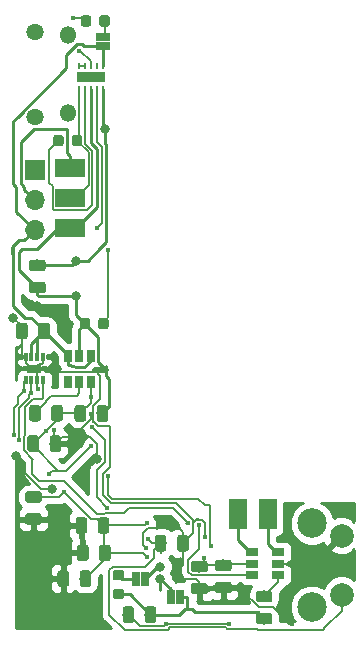
<source format=gbr>
G04 #@! TF.GenerationSoftware,KiCad,Pcbnew,(5.0.1)-rc2*
G04 #@! TF.CreationDate,2019-03-21T01:05:14-07:00*
G04 #@! TF.ProjectId,littlebeepboop,6C6974746C6562656570626F6F702E6B,rev?*
G04 #@! TF.SameCoordinates,Original*
G04 #@! TF.FileFunction,Copper,L2,Bot,Signal*
G04 #@! TF.FilePolarity,Positive*
%FSLAX46Y46*%
G04 Gerber Fmt 4.6, Leading zero omitted, Abs format (unit mm)*
G04 Created by KiCad (PCBNEW (5.0.1)-rc2) date 3/21/2019 1:05:14 AM*
%MOMM*%
%LPD*%
G01*
G04 APERTURE LIST*
G04 #@! TA.AperFunction,EtchedComponent*
%ADD10C,0.100000*%
G04 #@! TD*
G04 #@! TA.AperFunction,Conductor*
%ADD11C,0.100000*%
G04 #@! TD*
G04 #@! TA.AperFunction,SMDPad,CuDef*
%ADD12C,0.975000*%
G04 #@! TD*
G04 #@! TA.AperFunction,ComponentPad*
%ADD13R,1.700000X1.700000*%
G04 #@! TD*
G04 #@! TA.AperFunction,ComponentPad*
%ADD14O,1.700000X1.700000*%
G04 #@! TD*
G04 #@! TA.AperFunction,ComponentPad*
%ADD15O,1.500000X1.350000*%
G04 #@! TD*
G04 #@! TA.AperFunction,ComponentPad*
%ADD16O,1.350000X1.500000*%
G04 #@! TD*
G04 #@! TA.AperFunction,SMDPad,CuDef*
%ADD17R,1.270000X0.635000*%
G04 #@! TD*
G04 #@! TA.AperFunction,SMDPad,CuDef*
%ADD18C,0.875000*%
G04 #@! TD*
G04 #@! TA.AperFunction,SMDPad,CuDef*
%ADD19R,1.060000X0.650000*%
G04 #@! TD*
G04 #@! TA.AperFunction,SMDPad,CuDef*
%ADD20R,2.400000X0.840000*%
G04 #@! TD*
G04 #@! TA.AperFunction,SMDPad,CuDef*
%ADD21R,0.250000X0.500000*%
G04 #@! TD*
G04 #@! TA.AperFunction,SMDPad,CuDef*
%ADD22R,0.300000X0.700000*%
G04 #@! TD*
G04 #@! TA.AperFunction,SMDPad,CuDef*
%ADD23R,1.200000X0.800000*%
G04 #@! TD*
G04 #@! TA.AperFunction,SMDPad,CuDef*
%ADD24R,2.540000X1.524000*%
G04 #@! TD*
G04 #@! TA.AperFunction,SMDPad,CuDef*
%ADD25R,1.524000X2.540000*%
G04 #@! TD*
G04 #@! TA.AperFunction,SMDPad,CuDef*
%ADD26R,0.650000X1.060000*%
G04 #@! TD*
G04 #@! TA.AperFunction,SMDPad,CuDef*
%ADD27R,0.635000X1.270000*%
G04 #@! TD*
G04 #@! TA.AperFunction,ComponentPad*
%ADD28C,2.000000*%
G04 #@! TD*
G04 #@! TA.AperFunction,WasherPad*
%ADD29C,2.500000*%
G04 #@! TD*
G04 #@! TA.AperFunction,Conductor*
%ADD30C,0.500000*%
G04 #@! TD*
G04 #@! TA.AperFunction,ViaPad*
%ADD31C,0.800000*%
G04 #@! TD*
G04 #@! TA.AperFunction,ViaPad*
%ADD32C,0.400000*%
G04 #@! TD*
G04 #@! TA.AperFunction,Conductor*
%ADD33C,0.152400*%
G04 #@! TD*
G04 #@! TA.AperFunction,Conductor*
%ADD34C,0.250000*%
G04 #@! TD*
G04 #@! TA.AperFunction,Conductor*
%ADD35C,0.254000*%
G04 #@! TD*
G04 APERTURE END LIST*
D10*
G04 #@! TO.C,NT2*
G36*
X165350000Y-117200000D02*
X164350000Y-117200000D01*
X164350000Y-117700000D01*
X165350000Y-117700000D01*
X165350000Y-117200000D01*
G37*
G04 #@! TD*
D11*
G04 #@! TO.N,Vdd*
G04 #@! TO.C,C14*
G36*
X163843642Y-134429174D02*
X163867303Y-134432684D01*
X163890507Y-134438496D01*
X163913029Y-134446554D01*
X163934653Y-134456782D01*
X163955170Y-134469079D01*
X163974383Y-134483329D01*
X163992107Y-134499393D01*
X164008171Y-134517117D01*
X164022421Y-134536330D01*
X164034718Y-134556847D01*
X164044946Y-134578471D01*
X164053004Y-134600993D01*
X164058816Y-134624197D01*
X164062326Y-134647858D01*
X164063500Y-134671750D01*
X164063500Y-135584250D01*
X164062326Y-135608142D01*
X164058816Y-135631803D01*
X164053004Y-135655007D01*
X164044946Y-135677529D01*
X164034718Y-135699153D01*
X164022421Y-135719670D01*
X164008171Y-135738883D01*
X163992107Y-135756607D01*
X163974383Y-135772671D01*
X163955170Y-135786921D01*
X163934653Y-135799218D01*
X163913029Y-135809446D01*
X163890507Y-135817504D01*
X163867303Y-135823316D01*
X163843642Y-135826826D01*
X163819750Y-135828000D01*
X163332250Y-135828000D01*
X163308358Y-135826826D01*
X163284697Y-135823316D01*
X163261493Y-135817504D01*
X163238971Y-135809446D01*
X163217347Y-135799218D01*
X163196830Y-135786921D01*
X163177617Y-135772671D01*
X163159893Y-135756607D01*
X163143829Y-135738883D01*
X163129579Y-135719670D01*
X163117282Y-135699153D01*
X163107054Y-135677529D01*
X163098996Y-135655007D01*
X163093184Y-135631803D01*
X163089674Y-135608142D01*
X163088500Y-135584250D01*
X163088500Y-134671750D01*
X163089674Y-134647858D01*
X163093184Y-134624197D01*
X163098996Y-134600993D01*
X163107054Y-134578471D01*
X163117282Y-134556847D01*
X163129579Y-134536330D01*
X163143829Y-134517117D01*
X163159893Y-134499393D01*
X163177617Y-134483329D01*
X163196830Y-134469079D01*
X163217347Y-134456782D01*
X163238971Y-134446554D01*
X163261493Y-134438496D01*
X163284697Y-134432684D01*
X163308358Y-134429174D01*
X163332250Y-134428000D01*
X163819750Y-134428000D01*
X163843642Y-134429174D01*
X163843642Y-134429174D01*
G37*
D12*
G04 #@! TD*
G04 #@! TO.P,C14,1*
G04 #@! TO.N,Vdd*
X163576000Y-135128000D03*
D11*
G04 #@! TO.N,BattRtn*
G04 #@! TO.C,C14*
G36*
X161968642Y-134429174D02*
X161992303Y-134432684D01*
X162015507Y-134438496D01*
X162038029Y-134446554D01*
X162059653Y-134456782D01*
X162080170Y-134469079D01*
X162099383Y-134483329D01*
X162117107Y-134499393D01*
X162133171Y-134517117D01*
X162147421Y-134536330D01*
X162159718Y-134556847D01*
X162169946Y-134578471D01*
X162178004Y-134600993D01*
X162183816Y-134624197D01*
X162187326Y-134647858D01*
X162188500Y-134671750D01*
X162188500Y-135584250D01*
X162187326Y-135608142D01*
X162183816Y-135631803D01*
X162178004Y-135655007D01*
X162169946Y-135677529D01*
X162159718Y-135699153D01*
X162147421Y-135719670D01*
X162133171Y-135738883D01*
X162117107Y-135756607D01*
X162099383Y-135772671D01*
X162080170Y-135786921D01*
X162059653Y-135799218D01*
X162038029Y-135809446D01*
X162015507Y-135817504D01*
X161992303Y-135823316D01*
X161968642Y-135826826D01*
X161944750Y-135828000D01*
X161457250Y-135828000D01*
X161433358Y-135826826D01*
X161409697Y-135823316D01*
X161386493Y-135817504D01*
X161363971Y-135809446D01*
X161342347Y-135799218D01*
X161321830Y-135786921D01*
X161302617Y-135772671D01*
X161284893Y-135756607D01*
X161268829Y-135738883D01*
X161254579Y-135719670D01*
X161242282Y-135699153D01*
X161232054Y-135677529D01*
X161223996Y-135655007D01*
X161218184Y-135631803D01*
X161214674Y-135608142D01*
X161213500Y-135584250D01*
X161213500Y-134671750D01*
X161214674Y-134647858D01*
X161218184Y-134624197D01*
X161223996Y-134600993D01*
X161232054Y-134578471D01*
X161242282Y-134556847D01*
X161254579Y-134536330D01*
X161268829Y-134517117D01*
X161284893Y-134499393D01*
X161302617Y-134483329D01*
X161321830Y-134469079D01*
X161342347Y-134456782D01*
X161363971Y-134446554D01*
X161386493Y-134438496D01*
X161409697Y-134432684D01*
X161433358Y-134429174D01*
X161457250Y-134428000D01*
X161944750Y-134428000D01*
X161968642Y-134429174D01*
X161968642Y-134429174D01*
G37*
D12*
G04 #@! TD*
G04 #@! TO.P,C14,2*
G04 #@! TO.N,BattRtn*
X161701000Y-135128000D03*
D13*
G04 #@! TO.P,SW1,1*
G04 #@! TO.N,Net-(SW1-Pad1)*
X159270000Y-100560000D03*
D14*
G04 #@! TO.P,SW1,2*
G04 #@! TO.N,/BatteryManagement/Batt_int*
X159270000Y-103100000D03*
G04 #@! TO.P,SW1,3*
G04 #@! TO.N,BattPwr*
X159270000Y-105640000D03*
G04 #@! TD*
D11*
G04 #@! TO.N,Net-(C1-Pad2)*
G04 #@! TO.C,C1*
G36*
X179190142Y-136158674D02*
X179213803Y-136162184D01*
X179237007Y-136167996D01*
X179259529Y-136176054D01*
X179281153Y-136186282D01*
X179301670Y-136198579D01*
X179320883Y-136212829D01*
X179338607Y-136228893D01*
X179354671Y-136246617D01*
X179368921Y-136265830D01*
X179381218Y-136286347D01*
X179391446Y-136307971D01*
X179399504Y-136330493D01*
X179405316Y-136353697D01*
X179408826Y-136377358D01*
X179410000Y-136401250D01*
X179410000Y-136888750D01*
X179408826Y-136912642D01*
X179405316Y-136936303D01*
X179399504Y-136959507D01*
X179391446Y-136982029D01*
X179381218Y-137003653D01*
X179368921Y-137024170D01*
X179354671Y-137043383D01*
X179338607Y-137061107D01*
X179320883Y-137077171D01*
X179301670Y-137091421D01*
X179281153Y-137103718D01*
X179259529Y-137113946D01*
X179237007Y-137122004D01*
X179213803Y-137127816D01*
X179190142Y-137131326D01*
X179166250Y-137132500D01*
X178253750Y-137132500D01*
X178229858Y-137131326D01*
X178206197Y-137127816D01*
X178182993Y-137122004D01*
X178160471Y-137113946D01*
X178138847Y-137103718D01*
X178118330Y-137091421D01*
X178099117Y-137077171D01*
X178081393Y-137061107D01*
X178065329Y-137043383D01*
X178051079Y-137024170D01*
X178038782Y-137003653D01*
X178028554Y-136982029D01*
X178020496Y-136959507D01*
X178014684Y-136936303D01*
X178011174Y-136912642D01*
X178010000Y-136888750D01*
X178010000Y-136401250D01*
X178011174Y-136377358D01*
X178014684Y-136353697D01*
X178020496Y-136330493D01*
X178028554Y-136307971D01*
X178038782Y-136286347D01*
X178051079Y-136265830D01*
X178065329Y-136246617D01*
X178081393Y-136228893D01*
X178099117Y-136212829D01*
X178118330Y-136198579D01*
X178138847Y-136186282D01*
X178160471Y-136176054D01*
X178182993Y-136167996D01*
X178206197Y-136162184D01*
X178229858Y-136158674D01*
X178253750Y-136157500D01*
X179166250Y-136157500D01*
X179190142Y-136158674D01*
X179190142Y-136158674D01*
G37*
D12*
G04 #@! TD*
G04 #@! TO.P,C1,2*
G04 #@! TO.N,Net-(C1-Pad2)*
X178710000Y-136645000D03*
D11*
G04 #@! TO.N,Audio*
G04 #@! TO.C,C1*
G36*
X179190142Y-138033674D02*
X179213803Y-138037184D01*
X179237007Y-138042996D01*
X179259529Y-138051054D01*
X179281153Y-138061282D01*
X179301670Y-138073579D01*
X179320883Y-138087829D01*
X179338607Y-138103893D01*
X179354671Y-138121617D01*
X179368921Y-138140830D01*
X179381218Y-138161347D01*
X179391446Y-138182971D01*
X179399504Y-138205493D01*
X179405316Y-138228697D01*
X179408826Y-138252358D01*
X179410000Y-138276250D01*
X179410000Y-138763750D01*
X179408826Y-138787642D01*
X179405316Y-138811303D01*
X179399504Y-138834507D01*
X179391446Y-138857029D01*
X179381218Y-138878653D01*
X179368921Y-138899170D01*
X179354671Y-138918383D01*
X179338607Y-138936107D01*
X179320883Y-138952171D01*
X179301670Y-138966421D01*
X179281153Y-138978718D01*
X179259529Y-138988946D01*
X179237007Y-138997004D01*
X179213803Y-139002816D01*
X179190142Y-139006326D01*
X179166250Y-139007500D01*
X178253750Y-139007500D01*
X178229858Y-139006326D01*
X178206197Y-139002816D01*
X178182993Y-138997004D01*
X178160471Y-138988946D01*
X178138847Y-138978718D01*
X178118330Y-138966421D01*
X178099117Y-138952171D01*
X178081393Y-138936107D01*
X178065329Y-138918383D01*
X178051079Y-138899170D01*
X178038782Y-138878653D01*
X178028554Y-138857029D01*
X178020496Y-138834507D01*
X178014684Y-138811303D01*
X178011174Y-138787642D01*
X178010000Y-138763750D01*
X178010000Y-138276250D01*
X178011174Y-138252358D01*
X178014684Y-138228697D01*
X178020496Y-138205493D01*
X178028554Y-138182971D01*
X178038782Y-138161347D01*
X178051079Y-138140830D01*
X178065329Y-138121617D01*
X178081393Y-138103893D01*
X178099117Y-138087829D01*
X178118330Y-138073579D01*
X178138847Y-138061282D01*
X178160471Y-138051054D01*
X178182993Y-138042996D01*
X178206197Y-138037184D01*
X178229858Y-138033674D01*
X178253750Y-138032500D01*
X179166250Y-138032500D01*
X179190142Y-138033674D01*
X179190142Y-138033674D01*
G37*
D12*
G04 #@! TD*
G04 #@! TO.P,C1,1*
G04 #@! TO.N,Audio*
X178710000Y-138520000D03*
D11*
G04 #@! TO.N,BattRtn*
G04 #@! TO.C,C2*
G36*
X173708142Y-135500674D02*
X173731803Y-135504184D01*
X173755007Y-135509996D01*
X173777529Y-135518054D01*
X173799153Y-135528282D01*
X173819670Y-135540579D01*
X173838883Y-135554829D01*
X173856607Y-135570893D01*
X173872671Y-135588617D01*
X173886921Y-135607830D01*
X173899218Y-135628347D01*
X173909446Y-135649971D01*
X173917504Y-135672493D01*
X173923316Y-135695697D01*
X173926826Y-135719358D01*
X173928000Y-135743250D01*
X173928000Y-136230750D01*
X173926826Y-136254642D01*
X173923316Y-136278303D01*
X173917504Y-136301507D01*
X173909446Y-136324029D01*
X173899218Y-136345653D01*
X173886921Y-136366170D01*
X173872671Y-136385383D01*
X173856607Y-136403107D01*
X173838883Y-136419171D01*
X173819670Y-136433421D01*
X173799153Y-136445718D01*
X173777529Y-136455946D01*
X173755007Y-136464004D01*
X173731803Y-136469816D01*
X173708142Y-136473326D01*
X173684250Y-136474500D01*
X172771750Y-136474500D01*
X172747858Y-136473326D01*
X172724197Y-136469816D01*
X172700993Y-136464004D01*
X172678471Y-136455946D01*
X172656847Y-136445718D01*
X172636330Y-136433421D01*
X172617117Y-136419171D01*
X172599393Y-136403107D01*
X172583329Y-136385383D01*
X172569079Y-136366170D01*
X172556782Y-136345653D01*
X172546554Y-136324029D01*
X172538496Y-136301507D01*
X172532684Y-136278303D01*
X172529174Y-136254642D01*
X172528000Y-136230750D01*
X172528000Y-135743250D01*
X172529174Y-135719358D01*
X172532684Y-135695697D01*
X172538496Y-135672493D01*
X172546554Y-135649971D01*
X172556782Y-135628347D01*
X172569079Y-135607830D01*
X172583329Y-135588617D01*
X172599393Y-135570893D01*
X172617117Y-135554829D01*
X172636330Y-135540579D01*
X172656847Y-135528282D01*
X172678471Y-135518054D01*
X172700993Y-135509996D01*
X172724197Y-135504184D01*
X172747858Y-135500674D01*
X172771750Y-135499500D01*
X173684250Y-135499500D01*
X173708142Y-135500674D01*
X173708142Y-135500674D01*
G37*
D12*
G04 #@! TD*
G04 #@! TO.P,C2,2*
G04 #@! TO.N,BattRtn*
X173228000Y-135987000D03*
D11*
G04 #@! TO.N,Vdd*
G04 #@! TO.C,C2*
G36*
X173708142Y-133625674D02*
X173731803Y-133629184D01*
X173755007Y-133634996D01*
X173777529Y-133643054D01*
X173799153Y-133653282D01*
X173819670Y-133665579D01*
X173838883Y-133679829D01*
X173856607Y-133695893D01*
X173872671Y-133713617D01*
X173886921Y-133732830D01*
X173899218Y-133753347D01*
X173909446Y-133774971D01*
X173917504Y-133797493D01*
X173923316Y-133820697D01*
X173926826Y-133844358D01*
X173928000Y-133868250D01*
X173928000Y-134355750D01*
X173926826Y-134379642D01*
X173923316Y-134403303D01*
X173917504Y-134426507D01*
X173909446Y-134449029D01*
X173899218Y-134470653D01*
X173886921Y-134491170D01*
X173872671Y-134510383D01*
X173856607Y-134528107D01*
X173838883Y-134544171D01*
X173819670Y-134558421D01*
X173799153Y-134570718D01*
X173777529Y-134580946D01*
X173755007Y-134589004D01*
X173731803Y-134594816D01*
X173708142Y-134598326D01*
X173684250Y-134599500D01*
X172771750Y-134599500D01*
X172747858Y-134598326D01*
X172724197Y-134594816D01*
X172700993Y-134589004D01*
X172678471Y-134580946D01*
X172656847Y-134570718D01*
X172636330Y-134558421D01*
X172617117Y-134544171D01*
X172599393Y-134528107D01*
X172583329Y-134510383D01*
X172569079Y-134491170D01*
X172556782Y-134470653D01*
X172546554Y-134449029D01*
X172538496Y-134426507D01*
X172532684Y-134403303D01*
X172529174Y-134379642D01*
X172528000Y-134355750D01*
X172528000Y-133868250D01*
X172529174Y-133844358D01*
X172532684Y-133820697D01*
X172538496Y-133797493D01*
X172546554Y-133774971D01*
X172556782Y-133753347D01*
X172569079Y-133732830D01*
X172583329Y-133713617D01*
X172599393Y-133695893D01*
X172617117Y-133679829D01*
X172636330Y-133665579D01*
X172656847Y-133653282D01*
X172678471Y-133643054D01*
X172700993Y-133634996D01*
X172724197Y-133629184D01*
X172747858Y-133625674D01*
X172771750Y-133624500D01*
X173684250Y-133624500D01*
X173708142Y-133625674D01*
X173708142Y-133625674D01*
G37*
D12*
G04 #@! TD*
G04 #@! TO.P,C2,1*
G04 #@! TO.N,Vdd*
X173228000Y-134112000D03*
D11*
G04 #@! TO.N,Vdd*
G04 #@! TO.C,C3*
G36*
X175740142Y-133528674D02*
X175763803Y-133532184D01*
X175787007Y-133537996D01*
X175809529Y-133546054D01*
X175831153Y-133556282D01*
X175851670Y-133568579D01*
X175870883Y-133582829D01*
X175888607Y-133598893D01*
X175904671Y-133616617D01*
X175918921Y-133635830D01*
X175931218Y-133656347D01*
X175941446Y-133677971D01*
X175949504Y-133700493D01*
X175955316Y-133723697D01*
X175958826Y-133747358D01*
X175960000Y-133771250D01*
X175960000Y-134258750D01*
X175958826Y-134282642D01*
X175955316Y-134306303D01*
X175949504Y-134329507D01*
X175941446Y-134352029D01*
X175931218Y-134373653D01*
X175918921Y-134394170D01*
X175904671Y-134413383D01*
X175888607Y-134431107D01*
X175870883Y-134447171D01*
X175851670Y-134461421D01*
X175831153Y-134473718D01*
X175809529Y-134483946D01*
X175787007Y-134492004D01*
X175763803Y-134497816D01*
X175740142Y-134501326D01*
X175716250Y-134502500D01*
X174803750Y-134502500D01*
X174779858Y-134501326D01*
X174756197Y-134497816D01*
X174732993Y-134492004D01*
X174710471Y-134483946D01*
X174688847Y-134473718D01*
X174668330Y-134461421D01*
X174649117Y-134447171D01*
X174631393Y-134431107D01*
X174615329Y-134413383D01*
X174601079Y-134394170D01*
X174588782Y-134373653D01*
X174578554Y-134352029D01*
X174570496Y-134329507D01*
X174564684Y-134306303D01*
X174561174Y-134282642D01*
X174560000Y-134258750D01*
X174560000Y-133771250D01*
X174561174Y-133747358D01*
X174564684Y-133723697D01*
X174570496Y-133700493D01*
X174578554Y-133677971D01*
X174588782Y-133656347D01*
X174601079Y-133635830D01*
X174615329Y-133616617D01*
X174631393Y-133598893D01*
X174649117Y-133582829D01*
X174668330Y-133568579D01*
X174688847Y-133556282D01*
X174710471Y-133546054D01*
X174732993Y-133537996D01*
X174756197Y-133532184D01*
X174779858Y-133528674D01*
X174803750Y-133527500D01*
X175716250Y-133527500D01*
X175740142Y-133528674D01*
X175740142Y-133528674D01*
G37*
D12*
G04 #@! TD*
G04 #@! TO.P,C3,1*
G04 #@! TO.N,Vdd*
X175260000Y-134015000D03*
D11*
G04 #@! TO.N,BattRtn*
G04 #@! TO.C,C3*
G36*
X175740142Y-135403674D02*
X175763803Y-135407184D01*
X175787007Y-135412996D01*
X175809529Y-135421054D01*
X175831153Y-135431282D01*
X175851670Y-135443579D01*
X175870883Y-135457829D01*
X175888607Y-135473893D01*
X175904671Y-135491617D01*
X175918921Y-135510830D01*
X175931218Y-135531347D01*
X175941446Y-135552971D01*
X175949504Y-135575493D01*
X175955316Y-135598697D01*
X175958826Y-135622358D01*
X175960000Y-135646250D01*
X175960000Y-136133750D01*
X175958826Y-136157642D01*
X175955316Y-136181303D01*
X175949504Y-136204507D01*
X175941446Y-136227029D01*
X175931218Y-136248653D01*
X175918921Y-136269170D01*
X175904671Y-136288383D01*
X175888607Y-136306107D01*
X175870883Y-136322171D01*
X175851670Y-136336421D01*
X175831153Y-136348718D01*
X175809529Y-136358946D01*
X175787007Y-136367004D01*
X175763803Y-136372816D01*
X175740142Y-136376326D01*
X175716250Y-136377500D01*
X174803750Y-136377500D01*
X174779858Y-136376326D01*
X174756197Y-136372816D01*
X174732993Y-136367004D01*
X174710471Y-136358946D01*
X174688847Y-136348718D01*
X174668330Y-136336421D01*
X174649117Y-136322171D01*
X174631393Y-136306107D01*
X174615329Y-136288383D01*
X174601079Y-136269170D01*
X174588782Y-136248653D01*
X174578554Y-136227029D01*
X174570496Y-136204507D01*
X174564684Y-136181303D01*
X174561174Y-136157642D01*
X174560000Y-136133750D01*
X174560000Y-135646250D01*
X174561174Y-135622358D01*
X174564684Y-135598697D01*
X174570496Y-135575493D01*
X174578554Y-135552971D01*
X174588782Y-135531347D01*
X174601079Y-135510830D01*
X174615329Y-135491617D01*
X174631393Y-135473893D01*
X174649117Y-135457829D01*
X174668330Y-135443579D01*
X174688847Y-135431282D01*
X174710471Y-135421054D01*
X174732993Y-135412996D01*
X174756197Y-135407184D01*
X174779858Y-135403674D01*
X174803750Y-135402500D01*
X175716250Y-135402500D01*
X175740142Y-135403674D01*
X175740142Y-135403674D01*
G37*
D12*
G04 #@! TD*
G04 #@! TO.P,C3,2*
G04 #@! TO.N,BattRtn*
X175260000Y-135890000D03*
D11*
G04 #@! TO.N,BattRtn*
G04 #@! TO.C,C10*
G36*
X159650142Y-129603674D02*
X159673803Y-129607184D01*
X159697007Y-129612996D01*
X159719529Y-129621054D01*
X159741153Y-129631282D01*
X159761670Y-129643579D01*
X159780883Y-129657829D01*
X159798607Y-129673893D01*
X159814671Y-129691617D01*
X159828921Y-129710830D01*
X159841218Y-129731347D01*
X159851446Y-129752971D01*
X159859504Y-129775493D01*
X159865316Y-129798697D01*
X159868826Y-129822358D01*
X159870000Y-129846250D01*
X159870000Y-130333750D01*
X159868826Y-130357642D01*
X159865316Y-130381303D01*
X159859504Y-130404507D01*
X159851446Y-130427029D01*
X159841218Y-130448653D01*
X159828921Y-130469170D01*
X159814671Y-130488383D01*
X159798607Y-130506107D01*
X159780883Y-130522171D01*
X159761670Y-130536421D01*
X159741153Y-130548718D01*
X159719529Y-130558946D01*
X159697007Y-130567004D01*
X159673803Y-130572816D01*
X159650142Y-130576326D01*
X159626250Y-130577500D01*
X158713750Y-130577500D01*
X158689858Y-130576326D01*
X158666197Y-130572816D01*
X158642993Y-130567004D01*
X158620471Y-130558946D01*
X158598847Y-130548718D01*
X158578330Y-130536421D01*
X158559117Y-130522171D01*
X158541393Y-130506107D01*
X158525329Y-130488383D01*
X158511079Y-130469170D01*
X158498782Y-130448653D01*
X158488554Y-130427029D01*
X158480496Y-130404507D01*
X158474684Y-130381303D01*
X158471174Y-130357642D01*
X158470000Y-130333750D01*
X158470000Y-129846250D01*
X158471174Y-129822358D01*
X158474684Y-129798697D01*
X158480496Y-129775493D01*
X158488554Y-129752971D01*
X158498782Y-129731347D01*
X158511079Y-129710830D01*
X158525329Y-129691617D01*
X158541393Y-129673893D01*
X158559117Y-129657829D01*
X158578330Y-129643579D01*
X158598847Y-129631282D01*
X158620471Y-129621054D01*
X158642993Y-129612996D01*
X158666197Y-129607184D01*
X158689858Y-129603674D01*
X158713750Y-129602500D01*
X159626250Y-129602500D01*
X159650142Y-129603674D01*
X159650142Y-129603674D01*
G37*
D12*
G04 #@! TD*
G04 #@! TO.P,C10,2*
G04 #@! TO.N,BattRtn*
X159170000Y-130090000D03*
D11*
G04 #@! TO.N,Vdd*
G04 #@! TO.C,C10*
G36*
X159650142Y-127728674D02*
X159673803Y-127732184D01*
X159697007Y-127737996D01*
X159719529Y-127746054D01*
X159741153Y-127756282D01*
X159761670Y-127768579D01*
X159780883Y-127782829D01*
X159798607Y-127798893D01*
X159814671Y-127816617D01*
X159828921Y-127835830D01*
X159841218Y-127856347D01*
X159851446Y-127877971D01*
X159859504Y-127900493D01*
X159865316Y-127923697D01*
X159868826Y-127947358D01*
X159870000Y-127971250D01*
X159870000Y-128458750D01*
X159868826Y-128482642D01*
X159865316Y-128506303D01*
X159859504Y-128529507D01*
X159851446Y-128552029D01*
X159841218Y-128573653D01*
X159828921Y-128594170D01*
X159814671Y-128613383D01*
X159798607Y-128631107D01*
X159780883Y-128647171D01*
X159761670Y-128661421D01*
X159741153Y-128673718D01*
X159719529Y-128683946D01*
X159697007Y-128692004D01*
X159673803Y-128697816D01*
X159650142Y-128701326D01*
X159626250Y-128702500D01*
X158713750Y-128702500D01*
X158689858Y-128701326D01*
X158666197Y-128697816D01*
X158642993Y-128692004D01*
X158620471Y-128683946D01*
X158598847Y-128673718D01*
X158578330Y-128661421D01*
X158559117Y-128647171D01*
X158541393Y-128631107D01*
X158525329Y-128613383D01*
X158511079Y-128594170D01*
X158498782Y-128573653D01*
X158488554Y-128552029D01*
X158480496Y-128529507D01*
X158474684Y-128506303D01*
X158471174Y-128482642D01*
X158470000Y-128458750D01*
X158470000Y-127971250D01*
X158471174Y-127947358D01*
X158474684Y-127923697D01*
X158480496Y-127900493D01*
X158488554Y-127877971D01*
X158498782Y-127856347D01*
X158511079Y-127835830D01*
X158525329Y-127816617D01*
X158541393Y-127798893D01*
X158559117Y-127782829D01*
X158578330Y-127768579D01*
X158598847Y-127756282D01*
X158620471Y-127746054D01*
X158642993Y-127737996D01*
X158666197Y-127732184D01*
X158689858Y-127728674D01*
X158713750Y-127727500D01*
X159626250Y-127727500D01*
X159650142Y-127728674D01*
X159650142Y-127728674D01*
G37*
D12*
G04 #@! TD*
G04 #@! TO.P,C10,1*
G04 #@! TO.N,Vdd*
X159170000Y-128215000D03*
D11*
G04 #@! TO.N,Vdd*
G04 #@! TO.C,C11*
G36*
X165497642Y-132251174D02*
X165521303Y-132254684D01*
X165544507Y-132260496D01*
X165567029Y-132268554D01*
X165588653Y-132278782D01*
X165609170Y-132291079D01*
X165628383Y-132305329D01*
X165646107Y-132321393D01*
X165662171Y-132339117D01*
X165676421Y-132358330D01*
X165688718Y-132378847D01*
X165698946Y-132400471D01*
X165707004Y-132422993D01*
X165712816Y-132446197D01*
X165716326Y-132469858D01*
X165717500Y-132493750D01*
X165717500Y-133406250D01*
X165716326Y-133430142D01*
X165712816Y-133453803D01*
X165707004Y-133477007D01*
X165698946Y-133499529D01*
X165688718Y-133521153D01*
X165676421Y-133541670D01*
X165662171Y-133560883D01*
X165646107Y-133578607D01*
X165628383Y-133594671D01*
X165609170Y-133608921D01*
X165588653Y-133621218D01*
X165567029Y-133631446D01*
X165544507Y-133639504D01*
X165521303Y-133645316D01*
X165497642Y-133648826D01*
X165473750Y-133650000D01*
X164986250Y-133650000D01*
X164962358Y-133648826D01*
X164938697Y-133645316D01*
X164915493Y-133639504D01*
X164892971Y-133631446D01*
X164871347Y-133621218D01*
X164850830Y-133608921D01*
X164831617Y-133594671D01*
X164813893Y-133578607D01*
X164797829Y-133560883D01*
X164783579Y-133541670D01*
X164771282Y-133521153D01*
X164761054Y-133499529D01*
X164752996Y-133477007D01*
X164747184Y-133453803D01*
X164743674Y-133430142D01*
X164742500Y-133406250D01*
X164742500Y-132493750D01*
X164743674Y-132469858D01*
X164747184Y-132446197D01*
X164752996Y-132422993D01*
X164761054Y-132400471D01*
X164771282Y-132378847D01*
X164783579Y-132358330D01*
X164797829Y-132339117D01*
X164813893Y-132321393D01*
X164831617Y-132305329D01*
X164850830Y-132291079D01*
X164871347Y-132278782D01*
X164892971Y-132268554D01*
X164915493Y-132260496D01*
X164938697Y-132254684D01*
X164962358Y-132251174D01*
X164986250Y-132250000D01*
X165473750Y-132250000D01*
X165497642Y-132251174D01*
X165497642Y-132251174D01*
G37*
D12*
G04 #@! TD*
G04 #@! TO.P,C11,1*
G04 #@! TO.N,Vdd*
X165230000Y-132950000D03*
D11*
G04 #@! TO.N,BattRtn*
G04 #@! TO.C,C11*
G36*
X163622642Y-132251174D02*
X163646303Y-132254684D01*
X163669507Y-132260496D01*
X163692029Y-132268554D01*
X163713653Y-132278782D01*
X163734170Y-132291079D01*
X163753383Y-132305329D01*
X163771107Y-132321393D01*
X163787171Y-132339117D01*
X163801421Y-132358330D01*
X163813718Y-132378847D01*
X163823946Y-132400471D01*
X163832004Y-132422993D01*
X163837816Y-132446197D01*
X163841326Y-132469858D01*
X163842500Y-132493750D01*
X163842500Y-133406250D01*
X163841326Y-133430142D01*
X163837816Y-133453803D01*
X163832004Y-133477007D01*
X163823946Y-133499529D01*
X163813718Y-133521153D01*
X163801421Y-133541670D01*
X163787171Y-133560883D01*
X163771107Y-133578607D01*
X163753383Y-133594671D01*
X163734170Y-133608921D01*
X163713653Y-133621218D01*
X163692029Y-133631446D01*
X163669507Y-133639504D01*
X163646303Y-133645316D01*
X163622642Y-133648826D01*
X163598750Y-133650000D01*
X163111250Y-133650000D01*
X163087358Y-133648826D01*
X163063697Y-133645316D01*
X163040493Y-133639504D01*
X163017971Y-133631446D01*
X162996347Y-133621218D01*
X162975830Y-133608921D01*
X162956617Y-133594671D01*
X162938893Y-133578607D01*
X162922829Y-133560883D01*
X162908579Y-133541670D01*
X162896282Y-133521153D01*
X162886054Y-133499529D01*
X162877996Y-133477007D01*
X162872184Y-133453803D01*
X162868674Y-133430142D01*
X162867500Y-133406250D01*
X162867500Y-132493750D01*
X162868674Y-132469858D01*
X162872184Y-132446197D01*
X162877996Y-132422993D01*
X162886054Y-132400471D01*
X162896282Y-132378847D01*
X162908579Y-132358330D01*
X162922829Y-132339117D01*
X162938893Y-132321393D01*
X162956617Y-132305329D01*
X162975830Y-132291079D01*
X162996347Y-132278782D01*
X163017971Y-132268554D01*
X163040493Y-132260496D01*
X163063697Y-132254684D01*
X163087358Y-132251174D01*
X163111250Y-132250000D01*
X163598750Y-132250000D01*
X163622642Y-132251174D01*
X163622642Y-132251174D01*
G37*
D12*
G04 #@! TD*
G04 #@! TO.P,C11,2*
G04 #@! TO.N,BattRtn*
X163355000Y-132950000D03*
D11*
G04 #@! TO.N,BattRtn*
G04 #@! TO.C,C13*
G36*
X163502642Y-129931174D02*
X163526303Y-129934684D01*
X163549507Y-129940496D01*
X163572029Y-129948554D01*
X163593653Y-129958782D01*
X163614170Y-129971079D01*
X163633383Y-129985329D01*
X163651107Y-130001393D01*
X163667171Y-130019117D01*
X163681421Y-130038330D01*
X163693718Y-130058847D01*
X163703946Y-130080471D01*
X163712004Y-130102993D01*
X163717816Y-130126197D01*
X163721326Y-130149858D01*
X163722500Y-130173750D01*
X163722500Y-131086250D01*
X163721326Y-131110142D01*
X163717816Y-131133803D01*
X163712004Y-131157007D01*
X163703946Y-131179529D01*
X163693718Y-131201153D01*
X163681421Y-131221670D01*
X163667171Y-131240883D01*
X163651107Y-131258607D01*
X163633383Y-131274671D01*
X163614170Y-131288921D01*
X163593653Y-131301218D01*
X163572029Y-131311446D01*
X163549507Y-131319504D01*
X163526303Y-131325316D01*
X163502642Y-131328826D01*
X163478750Y-131330000D01*
X162991250Y-131330000D01*
X162967358Y-131328826D01*
X162943697Y-131325316D01*
X162920493Y-131319504D01*
X162897971Y-131311446D01*
X162876347Y-131301218D01*
X162855830Y-131288921D01*
X162836617Y-131274671D01*
X162818893Y-131258607D01*
X162802829Y-131240883D01*
X162788579Y-131221670D01*
X162776282Y-131201153D01*
X162766054Y-131179529D01*
X162757996Y-131157007D01*
X162752184Y-131133803D01*
X162748674Y-131110142D01*
X162747500Y-131086250D01*
X162747500Y-130173750D01*
X162748674Y-130149858D01*
X162752184Y-130126197D01*
X162757996Y-130102993D01*
X162766054Y-130080471D01*
X162776282Y-130058847D01*
X162788579Y-130038330D01*
X162802829Y-130019117D01*
X162818893Y-130001393D01*
X162836617Y-129985329D01*
X162855830Y-129971079D01*
X162876347Y-129958782D01*
X162897971Y-129948554D01*
X162920493Y-129940496D01*
X162943697Y-129934684D01*
X162967358Y-129931174D01*
X162991250Y-129930000D01*
X163478750Y-129930000D01*
X163502642Y-129931174D01*
X163502642Y-129931174D01*
G37*
D12*
G04 #@! TD*
G04 #@! TO.P,C13,2*
G04 #@! TO.N,BattRtn*
X163235000Y-130630000D03*
D11*
G04 #@! TO.N,Vdd*
G04 #@! TO.C,C13*
G36*
X165377642Y-129931174D02*
X165401303Y-129934684D01*
X165424507Y-129940496D01*
X165447029Y-129948554D01*
X165468653Y-129958782D01*
X165489170Y-129971079D01*
X165508383Y-129985329D01*
X165526107Y-130001393D01*
X165542171Y-130019117D01*
X165556421Y-130038330D01*
X165568718Y-130058847D01*
X165578946Y-130080471D01*
X165587004Y-130102993D01*
X165592816Y-130126197D01*
X165596326Y-130149858D01*
X165597500Y-130173750D01*
X165597500Y-131086250D01*
X165596326Y-131110142D01*
X165592816Y-131133803D01*
X165587004Y-131157007D01*
X165578946Y-131179529D01*
X165568718Y-131201153D01*
X165556421Y-131221670D01*
X165542171Y-131240883D01*
X165526107Y-131258607D01*
X165508383Y-131274671D01*
X165489170Y-131288921D01*
X165468653Y-131301218D01*
X165447029Y-131311446D01*
X165424507Y-131319504D01*
X165401303Y-131325316D01*
X165377642Y-131328826D01*
X165353750Y-131330000D01*
X164866250Y-131330000D01*
X164842358Y-131328826D01*
X164818697Y-131325316D01*
X164795493Y-131319504D01*
X164772971Y-131311446D01*
X164751347Y-131301218D01*
X164730830Y-131288921D01*
X164711617Y-131274671D01*
X164693893Y-131258607D01*
X164677829Y-131240883D01*
X164663579Y-131221670D01*
X164651282Y-131201153D01*
X164641054Y-131179529D01*
X164632996Y-131157007D01*
X164627184Y-131133803D01*
X164623674Y-131110142D01*
X164622500Y-131086250D01*
X164622500Y-130173750D01*
X164623674Y-130149858D01*
X164627184Y-130126197D01*
X164632996Y-130102993D01*
X164641054Y-130080471D01*
X164651282Y-130058847D01*
X164663579Y-130038330D01*
X164677829Y-130019117D01*
X164693893Y-130001393D01*
X164711617Y-129985329D01*
X164730830Y-129971079D01*
X164751347Y-129958782D01*
X164772971Y-129948554D01*
X164795493Y-129940496D01*
X164818697Y-129934684D01*
X164842358Y-129931174D01*
X164866250Y-129930000D01*
X165353750Y-129930000D01*
X165377642Y-129931174D01*
X165377642Y-129931174D01*
G37*
D12*
G04 #@! TD*
G04 #@! TO.P,C13,1*
G04 #@! TO.N,Vdd*
X165110000Y-130630000D03*
D11*
G04 #@! TO.N,BattPwr*
G04 #@! TO.C,C18*
G36*
X160347642Y-113461174D02*
X160371303Y-113464684D01*
X160394507Y-113470496D01*
X160417029Y-113478554D01*
X160438653Y-113488782D01*
X160459170Y-113501079D01*
X160478383Y-113515329D01*
X160496107Y-113531393D01*
X160512171Y-113549117D01*
X160526421Y-113568330D01*
X160538718Y-113588847D01*
X160548946Y-113610471D01*
X160557004Y-113632993D01*
X160562816Y-113656197D01*
X160566326Y-113679858D01*
X160567500Y-113703750D01*
X160567500Y-114616250D01*
X160566326Y-114640142D01*
X160562816Y-114663803D01*
X160557004Y-114687007D01*
X160548946Y-114709529D01*
X160538718Y-114731153D01*
X160526421Y-114751670D01*
X160512171Y-114770883D01*
X160496107Y-114788607D01*
X160478383Y-114804671D01*
X160459170Y-114818921D01*
X160438653Y-114831218D01*
X160417029Y-114841446D01*
X160394507Y-114849504D01*
X160371303Y-114855316D01*
X160347642Y-114858826D01*
X160323750Y-114860000D01*
X159836250Y-114860000D01*
X159812358Y-114858826D01*
X159788697Y-114855316D01*
X159765493Y-114849504D01*
X159742971Y-114841446D01*
X159721347Y-114831218D01*
X159700830Y-114818921D01*
X159681617Y-114804671D01*
X159663893Y-114788607D01*
X159647829Y-114770883D01*
X159633579Y-114751670D01*
X159621282Y-114731153D01*
X159611054Y-114709529D01*
X159602996Y-114687007D01*
X159597184Y-114663803D01*
X159593674Y-114640142D01*
X159592500Y-114616250D01*
X159592500Y-113703750D01*
X159593674Y-113679858D01*
X159597184Y-113656197D01*
X159602996Y-113632993D01*
X159611054Y-113610471D01*
X159621282Y-113588847D01*
X159633579Y-113568330D01*
X159647829Y-113549117D01*
X159663893Y-113531393D01*
X159681617Y-113515329D01*
X159700830Y-113501079D01*
X159721347Y-113488782D01*
X159742971Y-113478554D01*
X159765493Y-113470496D01*
X159788697Y-113464684D01*
X159812358Y-113461174D01*
X159836250Y-113460000D01*
X160323750Y-113460000D01*
X160347642Y-113461174D01*
X160347642Y-113461174D01*
G37*
D12*
G04 #@! TD*
G04 #@! TO.P,C18,2*
G04 #@! TO.N,BattPwr*
X160080000Y-114160000D03*
D11*
G04 #@! TO.N,BattRtn*
G04 #@! TO.C,C18*
G36*
X158472642Y-113461174D02*
X158496303Y-113464684D01*
X158519507Y-113470496D01*
X158542029Y-113478554D01*
X158563653Y-113488782D01*
X158584170Y-113501079D01*
X158603383Y-113515329D01*
X158621107Y-113531393D01*
X158637171Y-113549117D01*
X158651421Y-113568330D01*
X158663718Y-113588847D01*
X158673946Y-113610471D01*
X158682004Y-113632993D01*
X158687816Y-113656197D01*
X158691326Y-113679858D01*
X158692500Y-113703750D01*
X158692500Y-114616250D01*
X158691326Y-114640142D01*
X158687816Y-114663803D01*
X158682004Y-114687007D01*
X158673946Y-114709529D01*
X158663718Y-114731153D01*
X158651421Y-114751670D01*
X158637171Y-114770883D01*
X158621107Y-114788607D01*
X158603383Y-114804671D01*
X158584170Y-114818921D01*
X158563653Y-114831218D01*
X158542029Y-114841446D01*
X158519507Y-114849504D01*
X158496303Y-114855316D01*
X158472642Y-114858826D01*
X158448750Y-114860000D01*
X157961250Y-114860000D01*
X157937358Y-114858826D01*
X157913697Y-114855316D01*
X157890493Y-114849504D01*
X157867971Y-114841446D01*
X157846347Y-114831218D01*
X157825830Y-114818921D01*
X157806617Y-114804671D01*
X157788893Y-114788607D01*
X157772829Y-114770883D01*
X157758579Y-114751670D01*
X157746282Y-114731153D01*
X157736054Y-114709529D01*
X157727996Y-114687007D01*
X157722184Y-114663803D01*
X157718674Y-114640142D01*
X157717500Y-114616250D01*
X157717500Y-113703750D01*
X157718674Y-113679858D01*
X157722184Y-113656197D01*
X157727996Y-113632993D01*
X157736054Y-113610471D01*
X157746282Y-113588847D01*
X157758579Y-113568330D01*
X157772829Y-113549117D01*
X157788893Y-113531393D01*
X157806617Y-113515329D01*
X157825830Y-113501079D01*
X157846347Y-113488782D01*
X157867971Y-113478554D01*
X157890493Y-113470496D01*
X157913697Y-113464684D01*
X157937358Y-113461174D01*
X157961250Y-113460000D01*
X158448750Y-113460000D01*
X158472642Y-113461174D01*
X158472642Y-113461174D01*
G37*
D12*
G04 #@! TD*
G04 #@! TO.P,C18,1*
G04 #@! TO.N,BattRtn*
X158205000Y-114160000D03*
D11*
G04 #@! TO.N,/BatteryManagement/Solar+*
G04 #@! TO.C,C19*
G36*
X159992142Y-108128674D02*
X160015803Y-108132184D01*
X160039007Y-108137996D01*
X160061529Y-108146054D01*
X160083153Y-108156282D01*
X160103670Y-108168579D01*
X160122883Y-108182829D01*
X160140607Y-108198893D01*
X160156671Y-108216617D01*
X160170921Y-108235830D01*
X160183218Y-108256347D01*
X160193446Y-108277971D01*
X160201504Y-108300493D01*
X160207316Y-108323697D01*
X160210826Y-108347358D01*
X160212000Y-108371250D01*
X160212000Y-108858750D01*
X160210826Y-108882642D01*
X160207316Y-108906303D01*
X160201504Y-108929507D01*
X160193446Y-108952029D01*
X160183218Y-108973653D01*
X160170921Y-108994170D01*
X160156671Y-109013383D01*
X160140607Y-109031107D01*
X160122883Y-109047171D01*
X160103670Y-109061421D01*
X160083153Y-109073718D01*
X160061529Y-109083946D01*
X160039007Y-109092004D01*
X160015803Y-109097816D01*
X159992142Y-109101326D01*
X159968250Y-109102500D01*
X159055750Y-109102500D01*
X159031858Y-109101326D01*
X159008197Y-109097816D01*
X158984993Y-109092004D01*
X158962471Y-109083946D01*
X158940847Y-109073718D01*
X158920330Y-109061421D01*
X158901117Y-109047171D01*
X158883393Y-109031107D01*
X158867329Y-109013383D01*
X158853079Y-108994170D01*
X158840782Y-108973653D01*
X158830554Y-108952029D01*
X158822496Y-108929507D01*
X158816684Y-108906303D01*
X158813174Y-108882642D01*
X158812000Y-108858750D01*
X158812000Y-108371250D01*
X158813174Y-108347358D01*
X158816684Y-108323697D01*
X158822496Y-108300493D01*
X158830554Y-108277971D01*
X158840782Y-108256347D01*
X158853079Y-108235830D01*
X158867329Y-108216617D01*
X158883393Y-108198893D01*
X158901117Y-108182829D01*
X158920330Y-108168579D01*
X158940847Y-108156282D01*
X158962471Y-108146054D01*
X158984993Y-108137996D01*
X159008197Y-108132184D01*
X159031858Y-108128674D01*
X159055750Y-108127500D01*
X159968250Y-108127500D01*
X159992142Y-108128674D01*
X159992142Y-108128674D01*
G37*
D12*
G04 #@! TD*
G04 #@! TO.P,C19,1*
G04 #@! TO.N,/BatteryManagement/Solar+*
X159512000Y-108615000D03*
D11*
G04 #@! TO.N,/BatteryManagement/Batt-*
G04 #@! TO.C,C19*
G36*
X159992142Y-110003674D02*
X160015803Y-110007184D01*
X160039007Y-110012996D01*
X160061529Y-110021054D01*
X160083153Y-110031282D01*
X160103670Y-110043579D01*
X160122883Y-110057829D01*
X160140607Y-110073893D01*
X160156671Y-110091617D01*
X160170921Y-110110830D01*
X160183218Y-110131347D01*
X160193446Y-110152971D01*
X160201504Y-110175493D01*
X160207316Y-110198697D01*
X160210826Y-110222358D01*
X160212000Y-110246250D01*
X160212000Y-110733750D01*
X160210826Y-110757642D01*
X160207316Y-110781303D01*
X160201504Y-110804507D01*
X160193446Y-110827029D01*
X160183218Y-110848653D01*
X160170921Y-110869170D01*
X160156671Y-110888383D01*
X160140607Y-110906107D01*
X160122883Y-110922171D01*
X160103670Y-110936421D01*
X160083153Y-110948718D01*
X160061529Y-110958946D01*
X160039007Y-110967004D01*
X160015803Y-110972816D01*
X159992142Y-110976326D01*
X159968250Y-110977500D01*
X159055750Y-110977500D01*
X159031858Y-110976326D01*
X159008197Y-110972816D01*
X158984993Y-110967004D01*
X158962471Y-110958946D01*
X158940847Y-110948718D01*
X158920330Y-110936421D01*
X158901117Y-110922171D01*
X158883393Y-110906107D01*
X158867329Y-110888383D01*
X158853079Y-110869170D01*
X158840782Y-110848653D01*
X158830554Y-110827029D01*
X158822496Y-110804507D01*
X158816684Y-110781303D01*
X158813174Y-110757642D01*
X158812000Y-110733750D01*
X158812000Y-110246250D01*
X158813174Y-110222358D01*
X158816684Y-110198697D01*
X158822496Y-110175493D01*
X158830554Y-110152971D01*
X158840782Y-110131347D01*
X158853079Y-110110830D01*
X158867329Y-110091617D01*
X158883393Y-110073893D01*
X158901117Y-110057829D01*
X158920330Y-110043579D01*
X158940847Y-110031282D01*
X158962471Y-110021054D01*
X158984993Y-110012996D01*
X159008197Y-110007184D01*
X159031858Y-110003674D01*
X159055750Y-110002500D01*
X159968250Y-110002500D01*
X159992142Y-110003674D01*
X159992142Y-110003674D01*
G37*
D12*
G04 #@! TD*
G04 #@! TO.P,C19,2*
G04 #@! TO.N,/BatteryManagement/Batt-*
X159512000Y-110490000D03*
D15*
G04 #@! TO.P,J1,6*
G04 #@! TO.N,Net-(J1-Pad6)*
X159285000Y-88845000D03*
X159285000Y-96045000D03*
D16*
X162085000Y-89100000D03*
X162085000Y-95700000D03*
G04 #@! TD*
D17*
G04 #@! TO.P,JP1,2*
G04 #@! TO.N,Net-(JP1-Pad2)*
X165100000Y-89255600D03*
G04 #@! TO.P,JP1,1*
G04 #@! TO.N,BattPwr*
X165100000Y-90068400D03*
G04 #@! TD*
D11*
G04 #@! TO.N,Net-(JP1-Pad2)*
G04 #@! TO.C,R7*
G36*
X165437691Y-87446053D02*
X165458926Y-87449203D01*
X165479750Y-87454419D01*
X165499962Y-87461651D01*
X165519368Y-87470830D01*
X165537781Y-87481866D01*
X165555024Y-87494654D01*
X165570930Y-87509070D01*
X165585346Y-87524976D01*
X165598134Y-87542219D01*
X165609170Y-87560632D01*
X165618349Y-87580038D01*
X165625581Y-87600250D01*
X165630797Y-87621074D01*
X165633947Y-87642309D01*
X165635000Y-87663750D01*
X165635000Y-88176250D01*
X165633947Y-88197691D01*
X165630797Y-88218926D01*
X165625581Y-88239750D01*
X165618349Y-88259962D01*
X165609170Y-88279368D01*
X165598134Y-88297781D01*
X165585346Y-88315024D01*
X165570930Y-88330930D01*
X165555024Y-88345346D01*
X165537781Y-88358134D01*
X165519368Y-88369170D01*
X165499962Y-88378349D01*
X165479750Y-88385581D01*
X165458926Y-88390797D01*
X165437691Y-88393947D01*
X165416250Y-88395000D01*
X164978750Y-88395000D01*
X164957309Y-88393947D01*
X164936074Y-88390797D01*
X164915250Y-88385581D01*
X164895038Y-88378349D01*
X164875632Y-88369170D01*
X164857219Y-88358134D01*
X164839976Y-88345346D01*
X164824070Y-88330930D01*
X164809654Y-88315024D01*
X164796866Y-88297781D01*
X164785830Y-88279368D01*
X164776651Y-88259962D01*
X164769419Y-88239750D01*
X164764203Y-88218926D01*
X164761053Y-88197691D01*
X164760000Y-88176250D01*
X164760000Y-87663750D01*
X164761053Y-87642309D01*
X164764203Y-87621074D01*
X164769419Y-87600250D01*
X164776651Y-87580038D01*
X164785830Y-87560632D01*
X164796866Y-87542219D01*
X164809654Y-87524976D01*
X164824070Y-87509070D01*
X164839976Y-87494654D01*
X164857219Y-87481866D01*
X164875632Y-87470830D01*
X164895038Y-87461651D01*
X164915250Y-87454419D01*
X164936074Y-87449203D01*
X164957309Y-87446053D01*
X164978750Y-87445000D01*
X165416250Y-87445000D01*
X165437691Y-87446053D01*
X165437691Y-87446053D01*
G37*
D18*
G04 #@! TD*
G04 #@! TO.P,R7,1*
G04 #@! TO.N,Net-(JP1-Pad2)*
X165197500Y-87920000D03*
D11*
G04 #@! TO.N,Net-(D2-Pad2)*
G04 #@! TO.C,R7*
G36*
X163862691Y-87446053D02*
X163883926Y-87449203D01*
X163904750Y-87454419D01*
X163924962Y-87461651D01*
X163944368Y-87470830D01*
X163962781Y-87481866D01*
X163980024Y-87494654D01*
X163995930Y-87509070D01*
X164010346Y-87524976D01*
X164023134Y-87542219D01*
X164034170Y-87560632D01*
X164043349Y-87580038D01*
X164050581Y-87600250D01*
X164055797Y-87621074D01*
X164058947Y-87642309D01*
X164060000Y-87663750D01*
X164060000Y-88176250D01*
X164058947Y-88197691D01*
X164055797Y-88218926D01*
X164050581Y-88239750D01*
X164043349Y-88259962D01*
X164034170Y-88279368D01*
X164023134Y-88297781D01*
X164010346Y-88315024D01*
X163995930Y-88330930D01*
X163980024Y-88345346D01*
X163962781Y-88358134D01*
X163944368Y-88369170D01*
X163924962Y-88378349D01*
X163904750Y-88385581D01*
X163883926Y-88390797D01*
X163862691Y-88393947D01*
X163841250Y-88395000D01*
X163403750Y-88395000D01*
X163382309Y-88393947D01*
X163361074Y-88390797D01*
X163340250Y-88385581D01*
X163320038Y-88378349D01*
X163300632Y-88369170D01*
X163282219Y-88358134D01*
X163264976Y-88345346D01*
X163249070Y-88330930D01*
X163234654Y-88315024D01*
X163221866Y-88297781D01*
X163210830Y-88279368D01*
X163201651Y-88259962D01*
X163194419Y-88239750D01*
X163189203Y-88218926D01*
X163186053Y-88197691D01*
X163185000Y-88176250D01*
X163185000Y-87663750D01*
X163186053Y-87642309D01*
X163189203Y-87621074D01*
X163194419Y-87600250D01*
X163201651Y-87580038D01*
X163210830Y-87560632D01*
X163221866Y-87542219D01*
X163234654Y-87524976D01*
X163249070Y-87509070D01*
X163264976Y-87494654D01*
X163282219Y-87481866D01*
X163300632Y-87470830D01*
X163320038Y-87461651D01*
X163340250Y-87454419D01*
X163361074Y-87449203D01*
X163382309Y-87446053D01*
X163403750Y-87445000D01*
X163841250Y-87445000D01*
X163862691Y-87446053D01*
X163862691Y-87446053D01*
G37*
D18*
G04 #@! TD*
G04 #@! TO.P,R7,2*
G04 #@! TO.N,Net-(D2-Pad2)*
X163622500Y-87920000D03*
D11*
G04 #@! TO.N,/BatteryManagement/Batt-*
G04 #@! TO.C,R9*
G36*
X163765191Y-113064053D02*
X163786426Y-113067203D01*
X163807250Y-113072419D01*
X163827462Y-113079651D01*
X163846868Y-113088830D01*
X163865281Y-113099866D01*
X163882524Y-113112654D01*
X163898430Y-113127070D01*
X163912846Y-113142976D01*
X163925634Y-113160219D01*
X163936670Y-113178632D01*
X163945849Y-113198038D01*
X163953081Y-113218250D01*
X163958297Y-113239074D01*
X163961447Y-113260309D01*
X163962500Y-113281750D01*
X163962500Y-113794250D01*
X163961447Y-113815691D01*
X163958297Y-113836926D01*
X163953081Y-113857750D01*
X163945849Y-113877962D01*
X163936670Y-113897368D01*
X163925634Y-113915781D01*
X163912846Y-113933024D01*
X163898430Y-113948930D01*
X163882524Y-113963346D01*
X163865281Y-113976134D01*
X163846868Y-113987170D01*
X163827462Y-113996349D01*
X163807250Y-114003581D01*
X163786426Y-114008797D01*
X163765191Y-114011947D01*
X163743750Y-114013000D01*
X163306250Y-114013000D01*
X163284809Y-114011947D01*
X163263574Y-114008797D01*
X163242750Y-114003581D01*
X163222538Y-113996349D01*
X163203132Y-113987170D01*
X163184719Y-113976134D01*
X163167476Y-113963346D01*
X163151570Y-113948930D01*
X163137154Y-113933024D01*
X163124366Y-113915781D01*
X163113330Y-113897368D01*
X163104151Y-113877962D01*
X163096919Y-113857750D01*
X163091703Y-113836926D01*
X163088553Y-113815691D01*
X163087500Y-113794250D01*
X163087500Y-113281750D01*
X163088553Y-113260309D01*
X163091703Y-113239074D01*
X163096919Y-113218250D01*
X163104151Y-113198038D01*
X163113330Y-113178632D01*
X163124366Y-113160219D01*
X163137154Y-113142976D01*
X163151570Y-113127070D01*
X163167476Y-113112654D01*
X163184719Y-113099866D01*
X163203132Y-113088830D01*
X163222538Y-113079651D01*
X163242750Y-113072419D01*
X163263574Y-113067203D01*
X163284809Y-113064053D01*
X163306250Y-113063000D01*
X163743750Y-113063000D01*
X163765191Y-113064053D01*
X163765191Y-113064053D01*
G37*
D18*
G04 #@! TD*
G04 #@! TO.P,R9,2*
G04 #@! TO.N,/BatteryManagement/Batt-*
X163525000Y-113538000D03*
D11*
G04 #@! TO.N,Net-(R9-Pad1)*
G04 #@! TO.C,R9*
G36*
X165340191Y-113064053D02*
X165361426Y-113067203D01*
X165382250Y-113072419D01*
X165402462Y-113079651D01*
X165421868Y-113088830D01*
X165440281Y-113099866D01*
X165457524Y-113112654D01*
X165473430Y-113127070D01*
X165487846Y-113142976D01*
X165500634Y-113160219D01*
X165511670Y-113178632D01*
X165520849Y-113198038D01*
X165528081Y-113218250D01*
X165533297Y-113239074D01*
X165536447Y-113260309D01*
X165537500Y-113281750D01*
X165537500Y-113794250D01*
X165536447Y-113815691D01*
X165533297Y-113836926D01*
X165528081Y-113857750D01*
X165520849Y-113877962D01*
X165511670Y-113897368D01*
X165500634Y-113915781D01*
X165487846Y-113933024D01*
X165473430Y-113948930D01*
X165457524Y-113963346D01*
X165440281Y-113976134D01*
X165421868Y-113987170D01*
X165402462Y-113996349D01*
X165382250Y-114003581D01*
X165361426Y-114008797D01*
X165340191Y-114011947D01*
X165318750Y-114013000D01*
X164881250Y-114013000D01*
X164859809Y-114011947D01*
X164838574Y-114008797D01*
X164817750Y-114003581D01*
X164797538Y-113996349D01*
X164778132Y-113987170D01*
X164759719Y-113976134D01*
X164742476Y-113963346D01*
X164726570Y-113948930D01*
X164712154Y-113933024D01*
X164699366Y-113915781D01*
X164688330Y-113897368D01*
X164679151Y-113877962D01*
X164671919Y-113857750D01*
X164666703Y-113836926D01*
X164663553Y-113815691D01*
X164662500Y-113794250D01*
X164662500Y-113281750D01*
X164663553Y-113260309D01*
X164666703Y-113239074D01*
X164671919Y-113218250D01*
X164679151Y-113198038D01*
X164688330Y-113178632D01*
X164699366Y-113160219D01*
X164712154Y-113142976D01*
X164726570Y-113127070D01*
X164742476Y-113112654D01*
X164759719Y-113099866D01*
X164778132Y-113088830D01*
X164797538Y-113079651D01*
X164817750Y-113072419D01*
X164838574Y-113067203D01*
X164859809Y-113064053D01*
X164881250Y-113063000D01*
X165318750Y-113063000D01*
X165340191Y-113064053D01*
X165340191Y-113064053D01*
G37*
D18*
G04 #@! TD*
G04 #@! TO.P,R9,1*
G04 #@! TO.N,Net-(R9-Pad1)*
X165100000Y-113538000D03*
D11*
G04 #@! TO.N,Net-(R11-Pad1)*
G04 #@! TO.C,R11*
G36*
X161530191Y-97570053D02*
X161551426Y-97573203D01*
X161572250Y-97578419D01*
X161592462Y-97585651D01*
X161611868Y-97594830D01*
X161630281Y-97605866D01*
X161647524Y-97618654D01*
X161663430Y-97633070D01*
X161677846Y-97648976D01*
X161690634Y-97666219D01*
X161701670Y-97684632D01*
X161710849Y-97704038D01*
X161718081Y-97724250D01*
X161723297Y-97745074D01*
X161726447Y-97766309D01*
X161727500Y-97787750D01*
X161727500Y-98300250D01*
X161726447Y-98321691D01*
X161723297Y-98342926D01*
X161718081Y-98363750D01*
X161710849Y-98383962D01*
X161701670Y-98403368D01*
X161690634Y-98421781D01*
X161677846Y-98439024D01*
X161663430Y-98454930D01*
X161647524Y-98469346D01*
X161630281Y-98482134D01*
X161611868Y-98493170D01*
X161592462Y-98502349D01*
X161572250Y-98509581D01*
X161551426Y-98514797D01*
X161530191Y-98517947D01*
X161508750Y-98519000D01*
X161071250Y-98519000D01*
X161049809Y-98517947D01*
X161028574Y-98514797D01*
X161007750Y-98509581D01*
X160987538Y-98502349D01*
X160968132Y-98493170D01*
X160949719Y-98482134D01*
X160932476Y-98469346D01*
X160916570Y-98454930D01*
X160902154Y-98439024D01*
X160889366Y-98421781D01*
X160878330Y-98403368D01*
X160869151Y-98383962D01*
X160861919Y-98363750D01*
X160856703Y-98342926D01*
X160853553Y-98321691D01*
X160852500Y-98300250D01*
X160852500Y-97787750D01*
X160853553Y-97766309D01*
X160856703Y-97745074D01*
X160861919Y-97724250D01*
X160869151Y-97704038D01*
X160878330Y-97684632D01*
X160889366Y-97666219D01*
X160902154Y-97648976D01*
X160916570Y-97633070D01*
X160932476Y-97618654D01*
X160949719Y-97605866D01*
X160968132Y-97594830D01*
X160987538Y-97585651D01*
X161007750Y-97578419D01*
X161028574Y-97573203D01*
X161049809Y-97570053D01*
X161071250Y-97569000D01*
X161508750Y-97569000D01*
X161530191Y-97570053D01*
X161530191Y-97570053D01*
G37*
D18*
G04 #@! TD*
G04 #@! TO.P,R11,1*
G04 #@! TO.N,Net-(R11-Pad1)*
X161290000Y-98044000D03*
D11*
G04 #@! TO.N,/BatteryManagement/NTC*
G04 #@! TO.C,R11*
G36*
X163105191Y-97570053D02*
X163126426Y-97573203D01*
X163147250Y-97578419D01*
X163167462Y-97585651D01*
X163186868Y-97594830D01*
X163205281Y-97605866D01*
X163222524Y-97618654D01*
X163238430Y-97633070D01*
X163252846Y-97648976D01*
X163265634Y-97666219D01*
X163276670Y-97684632D01*
X163285849Y-97704038D01*
X163293081Y-97724250D01*
X163298297Y-97745074D01*
X163301447Y-97766309D01*
X163302500Y-97787750D01*
X163302500Y-98300250D01*
X163301447Y-98321691D01*
X163298297Y-98342926D01*
X163293081Y-98363750D01*
X163285849Y-98383962D01*
X163276670Y-98403368D01*
X163265634Y-98421781D01*
X163252846Y-98439024D01*
X163238430Y-98454930D01*
X163222524Y-98469346D01*
X163205281Y-98482134D01*
X163186868Y-98493170D01*
X163167462Y-98502349D01*
X163147250Y-98509581D01*
X163126426Y-98514797D01*
X163105191Y-98517947D01*
X163083750Y-98519000D01*
X162646250Y-98519000D01*
X162624809Y-98517947D01*
X162603574Y-98514797D01*
X162582750Y-98509581D01*
X162562538Y-98502349D01*
X162543132Y-98493170D01*
X162524719Y-98482134D01*
X162507476Y-98469346D01*
X162491570Y-98454930D01*
X162477154Y-98439024D01*
X162464366Y-98421781D01*
X162453330Y-98403368D01*
X162444151Y-98383962D01*
X162436919Y-98363750D01*
X162431703Y-98342926D01*
X162428553Y-98321691D01*
X162427500Y-98300250D01*
X162427500Y-97787750D01*
X162428553Y-97766309D01*
X162431703Y-97745074D01*
X162436919Y-97724250D01*
X162444151Y-97704038D01*
X162453330Y-97684632D01*
X162464366Y-97666219D01*
X162477154Y-97648976D01*
X162491570Y-97633070D01*
X162507476Y-97618654D01*
X162524719Y-97605866D01*
X162543132Y-97594830D01*
X162562538Y-97585651D01*
X162582750Y-97578419D01*
X162603574Y-97573203D01*
X162624809Y-97570053D01*
X162646250Y-97569000D01*
X163083750Y-97569000D01*
X163105191Y-97570053D01*
X163105191Y-97570053D01*
G37*
D18*
G04 #@! TD*
G04 #@! TO.P,R11,2*
G04 #@! TO.N,/BatteryManagement/NTC*
X162865000Y-98044000D03*
D19*
G04 #@! TO.P,U1,1*
G04 #@! TO.N,Net-(LS1-Pad2)*
X179916000Y-132908000D03*
G04 #@! TO.P,U1,2*
G04 #@! TO.N,BattRtn*
X179916000Y-133858000D03*
G04 #@! TO.P,U1,3*
G04 #@! TO.N,Net-(C1-Pad2)*
X179916000Y-134808000D03*
G04 #@! TO.P,U1,4*
G04 #@! TO.N,Shutdown*
X177716000Y-134808000D03*
G04 #@! TO.P,U1,6*
G04 #@! TO.N,Net-(LS1-Pad1)*
X177716000Y-132908000D03*
G04 #@! TO.P,U1,5*
G04 #@! TO.N,Vdd*
X177716000Y-133858000D03*
G04 #@! TD*
D20*
G04 #@! TO.P,U5,11*
G04 #@! TO.N,N/C*
X164050000Y-92700000D03*
D21*
G04 #@! TO.P,U5,10*
G04 #@! TO.N,BattPwr*
X165050000Y-91750000D03*
G04 #@! TO.P,U5,9*
G04 #@! TO.N,Net-(U5-Pad9)*
X164550000Y-91750000D03*
G04 #@! TO.P,U5,8*
G04 #@! TO.N,Net-(D2-Pad1)*
X164050000Y-91750000D03*
G04 #@! TO.P,U5,7*
G04 #@! TO.N,Net-(U5-Pad6)*
X163550000Y-91750000D03*
G04 #@! TO.P,U5,6*
X163050000Y-91750000D03*
G04 #@! TO.P,U5,5*
G04 #@! TO.N,/BatteryManagement/NTC*
X163050000Y-93650000D03*
G04 #@! TO.P,U5,4*
G04 #@! TO.N,Net-(R11-Pad1)*
X163550000Y-93650000D03*
G04 #@! TO.P,U5,3*
G04 #@! TO.N,/BatteryManagement/Batt-*
X164050000Y-93650000D03*
G04 #@! TO.P,U5,2*
G04 #@! TO.N,Net-(R9-Pad1)*
X164550000Y-93650000D03*
G04 #@! TO.P,U5,1*
G04 #@! TO.N,/BatteryManagement/Solar+*
X165050000Y-93650000D03*
G04 #@! TD*
D22*
G04 #@! TO.P,U6,4*
G04 #@! TO.N,BattRtn*
X160008000Y-116348000D03*
G04 #@! TO.P,U6,3*
G04 #@! TO.N,BattPwr*
X159508000Y-116348000D03*
G04 #@! TO.P,U6,2*
X159008000Y-116348000D03*
G04 #@! TO.P,U6,1*
G04 #@! TO.N,BattRtn*
X158508000Y-116348000D03*
G04 #@! TO.P,U6,8*
G04 #@! TO.N,SDA*
X158508000Y-118348000D03*
G04 #@! TO.P,U6,7*
G04 #@! TO.N,SCL*
X159008000Y-118348000D03*
G04 #@! TO.P,U6,6*
G04 #@! TO.N,BattRtn*
X159508000Y-118348000D03*
G04 #@! TO.P,U6,5*
G04 #@! TO.N,BATT_ALRT*
X160008000Y-118348000D03*
D23*
G04 #@! TO.P,U6,9*
G04 #@! TO.N,BattRtn*
X159258000Y-117348000D03*
G04 #@! TD*
D24*
G04 #@! TO.P,J4,3*
G04 #@! TO.N,/BatteryManagement/Batt_int*
X162306000Y-100330000D03*
G04 #@! TO.P,J4,2*
G04 #@! TO.N,/BatteryManagement/NTC*
X162306000Y-102870000D03*
G04 #@! TO.P,J4,1*
G04 #@! TO.N,/BatteryManagement/Batt-*
X162306000Y-105410000D03*
G04 #@! TD*
D11*
G04 #@! TO.N,BattRtn*
G04 #@! TO.C,C8*
G36*
X161292642Y-123001174D02*
X161316303Y-123004684D01*
X161339507Y-123010496D01*
X161362029Y-123018554D01*
X161383653Y-123028782D01*
X161404170Y-123041079D01*
X161423383Y-123055329D01*
X161441107Y-123071393D01*
X161457171Y-123089117D01*
X161471421Y-123108330D01*
X161483718Y-123128847D01*
X161493946Y-123150471D01*
X161502004Y-123172993D01*
X161507816Y-123196197D01*
X161511326Y-123219858D01*
X161512500Y-123243750D01*
X161512500Y-124156250D01*
X161511326Y-124180142D01*
X161507816Y-124203803D01*
X161502004Y-124227007D01*
X161493946Y-124249529D01*
X161483718Y-124271153D01*
X161471421Y-124291670D01*
X161457171Y-124310883D01*
X161441107Y-124328607D01*
X161423383Y-124344671D01*
X161404170Y-124358921D01*
X161383653Y-124371218D01*
X161362029Y-124381446D01*
X161339507Y-124389504D01*
X161316303Y-124395316D01*
X161292642Y-124398826D01*
X161268750Y-124400000D01*
X160781250Y-124400000D01*
X160757358Y-124398826D01*
X160733697Y-124395316D01*
X160710493Y-124389504D01*
X160687971Y-124381446D01*
X160666347Y-124371218D01*
X160645830Y-124358921D01*
X160626617Y-124344671D01*
X160608893Y-124328607D01*
X160592829Y-124310883D01*
X160578579Y-124291670D01*
X160566282Y-124271153D01*
X160556054Y-124249529D01*
X160547996Y-124227007D01*
X160542184Y-124203803D01*
X160538674Y-124180142D01*
X160537500Y-124156250D01*
X160537500Y-123243750D01*
X160538674Y-123219858D01*
X160542184Y-123196197D01*
X160547996Y-123172993D01*
X160556054Y-123150471D01*
X160566282Y-123128847D01*
X160578579Y-123108330D01*
X160592829Y-123089117D01*
X160608893Y-123071393D01*
X160626617Y-123055329D01*
X160645830Y-123041079D01*
X160666347Y-123028782D01*
X160687971Y-123018554D01*
X160710493Y-123010496D01*
X160733697Y-123004684D01*
X160757358Y-123001174D01*
X160781250Y-123000000D01*
X161268750Y-123000000D01*
X161292642Y-123001174D01*
X161292642Y-123001174D01*
G37*
D12*
G04 #@! TD*
G04 #@! TO.P,C8,2*
G04 #@! TO.N,BattRtn*
X161025000Y-123700000D03*
D11*
G04 #@! TO.N,Vdd*
G04 #@! TO.C,C8*
G36*
X159417642Y-123001174D02*
X159441303Y-123004684D01*
X159464507Y-123010496D01*
X159487029Y-123018554D01*
X159508653Y-123028782D01*
X159529170Y-123041079D01*
X159548383Y-123055329D01*
X159566107Y-123071393D01*
X159582171Y-123089117D01*
X159596421Y-123108330D01*
X159608718Y-123128847D01*
X159618946Y-123150471D01*
X159627004Y-123172993D01*
X159632816Y-123196197D01*
X159636326Y-123219858D01*
X159637500Y-123243750D01*
X159637500Y-124156250D01*
X159636326Y-124180142D01*
X159632816Y-124203803D01*
X159627004Y-124227007D01*
X159618946Y-124249529D01*
X159608718Y-124271153D01*
X159596421Y-124291670D01*
X159582171Y-124310883D01*
X159566107Y-124328607D01*
X159548383Y-124344671D01*
X159529170Y-124358921D01*
X159508653Y-124371218D01*
X159487029Y-124381446D01*
X159464507Y-124389504D01*
X159441303Y-124395316D01*
X159417642Y-124398826D01*
X159393750Y-124400000D01*
X158906250Y-124400000D01*
X158882358Y-124398826D01*
X158858697Y-124395316D01*
X158835493Y-124389504D01*
X158812971Y-124381446D01*
X158791347Y-124371218D01*
X158770830Y-124358921D01*
X158751617Y-124344671D01*
X158733893Y-124328607D01*
X158717829Y-124310883D01*
X158703579Y-124291670D01*
X158691282Y-124271153D01*
X158681054Y-124249529D01*
X158672996Y-124227007D01*
X158667184Y-124203803D01*
X158663674Y-124180142D01*
X158662500Y-124156250D01*
X158662500Y-123243750D01*
X158663674Y-123219858D01*
X158667184Y-123196197D01*
X158672996Y-123172993D01*
X158681054Y-123150471D01*
X158691282Y-123128847D01*
X158703579Y-123108330D01*
X158717829Y-123089117D01*
X158733893Y-123071393D01*
X158751617Y-123055329D01*
X158770830Y-123041079D01*
X158791347Y-123028782D01*
X158812971Y-123018554D01*
X158835493Y-123010496D01*
X158858697Y-123004684D01*
X158882358Y-123001174D01*
X158906250Y-123000000D01*
X159393750Y-123000000D01*
X159417642Y-123001174D01*
X159417642Y-123001174D01*
G37*
D12*
G04 #@! TD*
G04 #@! TO.P,C8,1*
G04 #@! TO.N,Vdd*
X159150000Y-123700000D03*
D25*
G04 #@! TO.P,LS1,1*
G04 #@! TO.N,Net-(LS1-Pad1)*
X176470000Y-129670000D03*
G04 #@! TO.P,LS1,2*
G04 #@! TO.N,Net-(LS1-Pad2)*
X179010000Y-129670000D03*
G04 #@! TD*
D11*
G04 #@! TO.N,Vdd*
G04 #@! TO.C,C21*
G36*
X163407642Y-120451174D02*
X163431303Y-120454684D01*
X163454507Y-120460496D01*
X163477029Y-120468554D01*
X163498653Y-120478782D01*
X163519170Y-120491079D01*
X163538383Y-120505329D01*
X163556107Y-120521393D01*
X163572171Y-120539117D01*
X163586421Y-120558330D01*
X163598718Y-120578847D01*
X163608946Y-120600471D01*
X163617004Y-120622993D01*
X163622816Y-120646197D01*
X163626326Y-120669858D01*
X163627500Y-120693750D01*
X163627500Y-121606250D01*
X163626326Y-121630142D01*
X163622816Y-121653803D01*
X163617004Y-121677007D01*
X163608946Y-121699529D01*
X163598718Y-121721153D01*
X163586421Y-121741670D01*
X163572171Y-121760883D01*
X163556107Y-121778607D01*
X163538383Y-121794671D01*
X163519170Y-121808921D01*
X163498653Y-121821218D01*
X163477029Y-121831446D01*
X163454507Y-121839504D01*
X163431303Y-121845316D01*
X163407642Y-121848826D01*
X163383750Y-121850000D01*
X162896250Y-121850000D01*
X162872358Y-121848826D01*
X162848697Y-121845316D01*
X162825493Y-121839504D01*
X162802971Y-121831446D01*
X162781347Y-121821218D01*
X162760830Y-121808921D01*
X162741617Y-121794671D01*
X162723893Y-121778607D01*
X162707829Y-121760883D01*
X162693579Y-121741670D01*
X162681282Y-121721153D01*
X162671054Y-121699529D01*
X162662996Y-121677007D01*
X162657184Y-121653803D01*
X162653674Y-121630142D01*
X162652500Y-121606250D01*
X162652500Y-120693750D01*
X162653674Y-120669858D01*
X162657184Y-120646197D01*
X162662996Y-120622993D01*
X162671054Y-120600471D01*
X162681282Y-120578847D01*
X162693579Y-120558330D01*
X162707829Y-120539117D01*
X162723893Y-120521393D01*
X162741617Y-120505329D01*
X162760830Y-120491079D01*
X162781347Y-120478782D01*
X162802971Y-120468554D01*
X162825493Y-120460496D01*
X162848697Y-120454684D01*
X162872358Y-120451174D01*
X162896250Y-120450000D01*
X163383750Y-120450000D01*
X163407642Y-120451174D01*
X163407642Y-120451174D01*
G37*
D12*
G04 #@! TD*
G04 #@! TO.P,C21,1*
G04 #@! TO.N,Vdd*
X163140000Y-121150000D03*
D11*
G04 #@! TO.N,/BatteryManagement/Batt-*
G04 #@! TO.C,C21*
G36*
X165282642Y-120451174D02*
X165306303Y-120454684D01*
X165329507Y-120460496D01*
X165352029Y-120468554D01*
X165373653Y-120478782D01*
X165394170Y-120491079D01*
X165413383Y-120505329D01*
X165431107Y-120521393D01*
X165447171Y-120539117D01*
X165461421Y-120558330D01*
X165473718Y-120578847D01*
X165483946Y-120600471D01*
X165492004Y-120622993D01*
X165497816Y-120646197D01*
X165501326Y-120669858D01*
X165502500Y-120693750D01*
X165502500Y-121606250D01*
X165501326Y-121630142D01*
X165497816Y-121653803D01*
X165492004Y-121677007D01*
X165483946Y-121699529D01*
X165473718Y-121721153D01*
X165461421Y-121741670D01*
X165447171Y-121760883D01*
X165431107Y-121778607D01*
X165413383Y-121794671D01*
X165394170Y-121808921D01*
X165373653Y-121821218D01*
X165352029Y-121831446D01*
X165329507Y-121839504D01*
X165306303Y-121845316D01*
X165282642Y-121848826D01*
X165258750Y-121850000D01*
X164771250Y-121850000D01*
X164747358Y-121848826D01*
X164723697Y-121845316D01*
X164700493Y-121839504D01*
X164677971Y-121831446D01*
X164656347Y-121821218D01*
X164635830Y-121808921D01*
X164616617Y-121794671D01*
X164598893Y-121778607D01*
X164582829Y-121760883D01*
X164568579Y-121741670D01*
X164556282Y-121721153D01*
X164546054Y-121699529D01*
X164537996Y-121677007D01*
X164532184Y-121653803D01*
X164528674Y-121630142D01*
X164527500Y-121606250D01*
X164527500Y-120693750D01*
X164528674Y-120669858D01*
X164532184Y-120646197D01*
X164537996Y-120622993D01*
X164546054Y-120600471D01*
X164556282Y-120578847D01*
X164568579Y-120558330D01*
X164582829Y-120539117D01*
X164598893Y-120521393D01*
X164616617Y-120505329D01*
X164635830Y-120491079D01*
X164656347Y-120478782D01*
X164677971Y-120468554D01*
X164700493Y-120460496D01*
X164723697Y-120454684D01*
X164747358Y-120451174D01*
X164771250Y-120450000D01*
X165258750Y-120450000D01*
X165282642Y-120451174D01*
X165282642Y-120451174D01*
G37*
D12*
G04 #@! TD*
G04 #@! TO.P,C21,2*
G04 #@! TO.N,/BatteryManagement/Batt-*
X165015000Y-121150000D03*
D11*
G04 #@! TO.N,Net-(L4-Pad1)*
G04 #@! TO.C,L4*
G36*
X159570142Y-120431174D02*
X159593803Y-120434684D01*
X159617007Y-120440496D01*
X159639529Y-120448554D01*
X159661153Y-120458782D01*
X159681670Y-120471079D01*
X159700883Y-120485329D01*
X159718607Y-120501393D01*
X159734671Y-120519117D01*
X159748921Y-120538330D01*
X159761218Y-120558847D01*
X159771446Y-120580471D01*
X159779504Y-120602993D01*
X159785316Y-120626197D01*
X159788826Y-120649858D01*
X159790000Y-120673750D01*
X159790000Y-121586250D01*
X159788826Y-121610142D01*
X159785316Y-121633803D01*
X159779504Y-121657007D01*
X159771446Y-121679529D01*
X159761218Y-121701153D01*
X159748921Y-121721670D01*
X159734671Y-121740883D01*
X159718607Y-121758607D01*
X159700883Y-121774671D01*
X159681670Y-121788921D01*
X159661153Y-121801218D01*
X159639529Y-121811446D01*
X159617007Y-121819504D01*
X159593803Y-121825316D01*
X159570142Y-121828826D01*
X159546250Y-121830000D01*
X159058750Y-121830000D01*
X159034858Y-121828826D01*
X159011197Y-121825316D01*
X158987993Y-121819504D01*
X158965471Y-121811446D01*
X158943847Y-121801218D01*
X158923330Y-121788921D01*
X158904117Y-121774671D01*
X158886393Y-121758607D01*
X158870329Y-121740883D01*
X158856079Y-121721670D01*
X158843782Y-121701153D01*
X158833554Y-121679529D01*
X158825496Y-121657007D01*
X158819684Y-121633803D01*
X158816174Y-121610142D01*
X158815000Y-121586250D01*
X158815000Y-120673750D01*
X158816174Y-120649858D01*
X158819684Y-120626197D01*
X158825496Y-120602993D01*
X158833554Y-120580471D01*
X158843782Y-120558847D01*
X158856079Y-120538330D01*
X158870329Y-120519117D01*
X158886393Y-120501393D01*
X158904117Y-120485329D01*
X158923330Y-120471079D01*
X158943847Y-120458782D01*
X158965471Y-120448554D01*
X158987993Y-120440496D01*
X159011197Y-120434684D01*
X159034858Y-120431174D01*
X159058750Y-120430000D01*
X159546250Y-120430000D01*
X159570142Y-120431174D01*
X159570142Y-120431174D01*
G37*
D12*
G04 #@! TD*
G04 #@! TO.P,L4,1*
G04 #@! TO.N,Net-(L4-Pad1)*
X159302500Y-121130000D03*
D11*
G04 #@! TO.N,Vdd*
G04 #@! TO.C,L4*
G36*
X161445142Y-120431174D02*
X161468803Y-120434684D01*
X161492007Y-120440496D01*
X161514529Y-120448554D01*
X161536153Y-120458782D01*
X161556670Y-120471079D01*
X161575883Y-120485329D01*
X161593607Y-120501393D01*
X161609671Y-120519117D01*
X161623921Y-120538330D01*
X161636218Y-120558847D01*
X161646446Y-120580471D01*
X161654504Y-120602993D01*
X161660316Y-120626197D01*
X161663826Y-120649858D01*
X161665000Y-120673750D01*
X161665000Y-121586250D01*
X161663826Y-121610142D01*
X161660316Y-121633803D01*
X161654504Y-121657007D01*
X161646446Y-121679529D01*
X161636218Y-121701153D01*
X161623921Y-121721670D01*
X161609671Y-121740883D01*
X161593607Y-121758607D01*
X161575883Y-121774671D01*
X161556670Y-121788921D01*
X161536153Y-121801218D01*
X161514529Y-121811446D01*
X161492007Y-121819504D01*
X161468803Y-121825316D01*
X161445142Y-121828826D01*
X161421250Y-121830000D01*
X160933750Y-121830000D01*
X160909858Y-121828826D01*
X160886197Y-121825316D01*
X160862993Y-121819504D01*
X160840471Y-121811446D01*
X160818847Y-121801218D01*
X160798330Y-121788921D01*
X160779117Y-121774671D01*
X160761393Y-121758607D01*
X160745329Y-121740883D01*
X160731079Y-121721670D01*
X160718782Y-121701153D01*
X160708554Y-121679529D01*
X160700496Y-121657007D01*
X160694684Y-121633803D01*
X160691174Y-121610142D01*
X160690000Y-121586250D01*
X160690000Y-120673750D01*
X160691174Y-120649858D01*
X160694684Y-120626197D01*
X160700496Y-120602993D01*
X160708554Y-120580471D01*
X160718782Y-120558847D01*
X160731079Y-120538330D01*
X160745329Y-120519117D01*
X160761393Y-120501393D01*
X160779117Y-120485329D01*
X160798330Y-120471079D01*
X160818847Y-120458782D01*
X160840471Y-120448554D01*
X160862993Y-120440496D01*
X160886197Y-120434684D01*
X160909858Y-120431174D01*
X160933750Y-120430000D01*
X161421250Y-120430000D01*
X161445142Y-120431174D01*
X161445142Y-120431174D01*
G37*
D12*
G04 #@! TD*
G04 #@! TO.P,L4,2*
G04 #@! TO.N,Vdd*
X161177500Y-121130000D03*
D26*
G04 #@! TO.P,U7,1*
G04 #@! TO.N,BattPwr*
X162118000Y-116248000D03*
G04 #@! TO.P,U7,2*
G04 #@! TO.N,/BatteryManagement/Batt-*
X163068000Y-116248000D03*
G04 #@! TO.P,U7,3*
G04 #@! TO.N,BattPwr*
X164018000Y-116248000D03*
G04 #@! TO.P,U7,4*
G04 #@! TO.N,Vdd*
X164018000Y-118448000D03*
G04 #@! TO.P,U7,6*
G04 #@! TO.N,N/C*
X162118000Y-118448000D03*
G04 #@! TO.P,U7,5*
G04 #@! TO.N,Net-(L4-Pad1)*
X163068000Y-118448000D03*
G04 #@! TD*
D27*
G04 #@! TO.P,JP3,1*
G04 #@! TO.N,Audio*
X171602400Y-136652000D03*
G04 #@! TO.P,JP3,2*
G04 #@! TO.N,Net-(JP3-Pad2)*
X170789600Y-136652000D03*
G04 #@! TD*
G04 #@! TO.P,JP4,2*
G04 #@! TO.N,Net-(JP4-Pad2)*
X168656000Y-135128000D03*
G04 #@! TO.P,JP4,1*
G04 #@! TO.N,Net-(JP4-Pad1)*
X167843200Y-135128000D03*
G04 #@! TD*
D11*
G04 #@! TO.N,/RESET*
G04 #@! TO.C,C6*
G36*
X170222642Y-131441174D02*
X170246303Y-131444684D01*
X170269507Y-131450496D01*
X170292029Y-131458554D01*
X170313653Y-131468782D01*
X170334170Y-131481079D01*
X170353383Y-131495329D01*
X170371107Y-131511393D01*
X170387171Y-131529117D01*
X170401421Y-131548330D01*
X170413718Y-131568847D01*
X170423946Y-131590471D01*
X170432004Y-131612993D01*
X170437816Y-131636197D01*
X170441326Y-131659858D01*
X170442500Y-131683750D01*
X170442500Y-132596250D01*
X170441326Y-132620142D01*
X170437816Y-132643803D01*
X170432004Y-132667007D01*
X170423946Y-132689529D01*
X170413718Y-132711153D01*
X170401421Y-132731670D01*
X170387171Y-132750883D01*
X170371107Y-132768607D01*
X170353383Y-132784671D01*
X170334170Y-132798921D01*
X170313653Y-132811218D01*
X170292029Y-132821446D01*
X170269507Y-132829504D01*
X170246303Y-132835316D01*
X170222642Y-132838826D01*
X170198750Y-132840000D01*
X169711250Y-132840000D01*
X169687358Y-132838826D01*
X169663697Y-132835316D01*
X169640493Y-132829504D01*
X169617971Y-132821446D01*
X169596347Y-132811218D01*
X169575830Y-132798921D01*
X169556617Y-132784671D01*
X169538893Y-132768607D01*
X169522829Y-132750883D01*
X169508579Y-132731670D01*
X169496282Y-132711153D01*
X169486054Y-132689529D01*
X169477996Y-132667007D01*
X169472184Y-132643803D01*
X169468674Y-132620142D01*
X169467500Y-132596250D01*
X169467500Y-131683750D01*
X169468674Y-131659858D01*
X169472184Y-131636197D01*
X169477996Y-131612993D01*
X169486054Y-131590471D01*
X169496282Y-131568847D01*
X169508579Y-131548330D01*
X169522829Y-131529117D01*
X169538893Y-131511393D01*
X169556617Y-131495329D01*
X169575830Y-131481079D01*
X169596347Y-131468782D01*
X169617971Y-131458554D01*
X169640493Y-131450496D01*
X169663697Y-131444684D01*
X169687358Y-131441174D01*
X169711250Y-131440000D01*
X170198750Y-131440000D01*
X170222642Y-131441174D01*
X170222642Y-131441174D01*
G37*
D12*
G04 #@! TD*
G04 #@! TO.P,C6,1*
G04 #@! TO.N,/RESET*
X169955000Y-132140000D03*
D11*
G04 #@! TO.N,BattRtn*
G04 #@! TO.C,C6*
G36*
X172097642Y-131441174D02*
X172121303Y-131444684D01*
X172144507Y-131450496D01*
X172167029Y-131458554D01*
X172188653Y-131468782D01*
X172209170Y-131481079D01*
X172228383Y-131495329D01*
X172246107Y-131511393D01*
X172262171Y-131529117D01*
X172276421Y-131548330D01*
X172288718Y-131568847D01*
X172298946Y-131590471D01*
X172307004Y-131612993D01*
X172312816Y-131636197D01*
X172316326Y-131659858D01*
X172317500Y-131683750D01*
X172317500Y-132596250D01*
X172316326Y-132620142D01*
X172312816Y-132643803D01*
X172307004Y-132667007D01*
X172298946Y-132689529D01*
X172288718Y-132711153D01*
X172276421Y-132731670D01*
X172262171Y-132750883D01*
X172246107Y-132768607D01*
X172228383Y-132784671D01*
X172209170Y-132798921D01*
X172188653Y-132811218D01*
X172167029Y-132821446D01*
X172144507Y-132829504D01*
X172121303Y-132835316D01*
X172097642Y-132838826D01*
X172073750Y-132840000D01*
X171586250Y-132840000D01*
X171562358Y-132838826D01*
X171538697Y-132835316D01*
X171515493Y-132829504D01*
X171492971Y-132821446D01*
X171471347Y-132811218D01*
X171450830Y-132798921D01*
X171431617Y-132784671D01*
X171413893Y-132768607D01*
X171397829Y-132750883D01*
X171383579Y-132731670D01*
X171371282Y-132711153D01*
X171361054Y-132689529D01*
X171352996Y-132667007D01*
X171347184Y-132643803D01*
X171343674Y-132620142D01*
X171342500Y-132596250D01*
X171342500Y-131683750D01*
X171343674Y-131659858D01*
X171347184Y-131636197D01*
X171352996Y-131612993D01*
X171361054Y-131590471D01*
X171371282Y-131568847D01*
X171383579Y-131548330D01*
X171397829Y-131529117D01*
X171413893Y-131511393D01*
X171431617Y-131495329D01*
X171450830Y-131481079D01*
X171471347Y-131468782D01*
X171492971Y-131458554D01*
X171515493Y-131450496D01*
X171538697Y-131444684D01*
X171562358Y-131441174D01*
X171586250Y-131440000D01*
X172073750Y-131440000D01*
X172097642Y-131441174D01*
X172097642Y-131441174D01*
G37*
D12*
G04 #@! TD*
G04 #@! TO.P,C6,2*
G04 #@! TO.N,BattRtn*
X171830000Y-132140000D03*
D28*
G04 #@! TO.P,SW2,1*
G04 #@! TO.N,/RESET*
X185260000Y-136490000D03*
G04 #@! TO.P,SW2,2*
G04 #@! TO.N,BattRtn*
X185260000Y-131490000D03*
D29*
G04 #@! TO.P,SW2,*
G04 #@! TO.N,*
X182760000Y-137530000D03*
X182760000Y-130450000D03*
G04 #@! TD*
D30*
G04 #@! TO.N,/BatteryManagement/Batt-*
G04 #@! TO.C,NT2*
X165350000Y-117450000D03*
G04 #@! TO.N,BattRtn*
X164350000Y-117450000D03*
G04 #@! TD*
D11*
G04 #@! TO.N,Audio*
G04 #@! TO.C,C7*
G36*
X169353142Y-137477174D02*
X169376803Y-137480684D01*
X169400007Y-137486496D01*
X169422529Y-137494554D01*
X169444153Y-137504782D01*
X169464670Y-137517079D01*
X169483883Y-137531329D01*
X169501607Y-137547393D01*
X169517671Y-137565117D01*
X169531921Y-137584330D01*
X169544218Y-137604847D01*
X169554446Y-137626471D01*
X169562504Y-137648993D01*
X169568316Y-137672197D01*
X169571826Y-137695858D01*
X169573000Y-137719750D01*
X169573000Y-138632250D01*
X169571826Y-138656142D01*
X169568316Y-138679803D01*
X169562504Y-138703007D01*
X169554446Y-138725529D01*
X169544218Y-138747153D01*
X169531921Y-138767670D01*
X169517671Y-138786883D01*
X169501607Y-138804607D01*
X169483883Y-138820671D01*
X169464670Y-138834921D01*
X169444153Y-138847218D01*
X169422529Y-138857446D01*
X169400007Y-138865504D01*
X169376803Y-138871316D01*
X169353142Y-138874826D01*
X169329250Y-138876000D01*
X168841750Y-138876000D01*
X168817858Y-138874826D01*
X168794197Y-138871316D01*
X168770993Y-138865504D01*
X168748471Y-138857446D01*
X168726847Y-138847218D01*
X168706330Y-138834921D01*
X168687117Y-138820671D01*
X168669393Y-138804607D01*
X168653329Y-138786883D01*
X168639079Y-138767670D01*
X168626782Y-138747153D01*
X168616554Y-138725529D01*
X168608496Y-138703007D01*
X168602684Y-138679803D01*
X168599174Y-138656142D01*
X168598000Y-138632250D01*
X168598000Y-137719750D01*
X168599174Y-137695858D01*
X168602684Y-137672197D01*
X168608496Y-137648993D01*
X168616554Y-137626471D01*
X168626782Y-137604847D01*
X168639079Y-137584330D01*
X168653329Y-137565117D01*
X168669393Y-137547393D01*
X168687117Y-137531329D01*
X168706330Y-137517079D01*
X168726847Y-137504782D01*
X168748471Y-137494554D01*
X168770993Y-137486496D01*
X168794197Y-137480684D01*
X168817858Y-137477174D01*
X168841750Y-137476000D01*
X169329250Y-137476000D01*
X169353142Y-137477174D01*
X169353142Y-137477174D01*
G37*
D12*
G04 #@! TD*
G04 #@! TO.P,C7,1*
G04 #@! TO.N,Audio*
X169085500Y-138176000D03*
D11*
G04 #@! TO.N,BattRtn*
G04 #@! TO.C,C7*
G36*
X167478142Y-137477174D02*
X167501803Y-137480684D01*
X167525007Y-137486496D01*
X167547529Y-137494554D01*
X167569153Y-137504782D01*
X167589670Y-137517079D01*
X167608883Y-137531329D01*
X167626607Y-137547393D01*
X167642671Y-137565117D01*
X167656921Y-137584330D01*
X167669218Y-137604847D01*
X167679446Y-137626471D01*
X167687504Y-137648993D01*
X167693316Y-137672197D01*
X167696826Y-137695858D01*
X167698000Y-137719750D01*
X167698000Y-138632250D01*
X167696826Y-138656142D01*
X167693316Y-138679803D01*
X167687504Y-138703007D01*
X167679446Y-138725529D01*
X167669218Y-138747153D01*
X167656921Y-138767670D01*
X167642671Y-138786883D01*
X167626607Y-138804607D01*
X167608883Y-138820671D01*
X167589670Y-138834921D01*
X167569153Y-138847218D01*
X167547529Y-138857446D01*
X167525007Y-138865504D01*
X167501803Y-138871316D01*
X167478142Y-138874826D01*
X167454250Y-138876000D01*
X166966750Y-138876000D01*
X166942858Y-138874826D01*
X166919197Y-138871316D01*
X166895993Y-138865504D01*
X166873471Y-138857446D01*
X166851847Y-138847218D01*
X166831330Y-138834921D01*
X166812117Y-138820671D01*
X166794393Y-138804607D01*
X166778329Y-138786883D01*
X166764079Y-138767670D01*
X166751782Y-138747153D01*
X166741554Y-138725529D01*
X166733496Y-138703007D01*
X166727684Y-138679803D01*
X166724174Y-138656142D01*
X166723000Y-138632250D01*
X166723000Y-137719750D01*
X166724174Y-137695858D01*
X166727684Y-137672197D01*
X166733496Y-137648993D01*
X166741554Y-137626471D01*
X166751782Y-137604847D01*
X166764079Y-137584330D01*
X166778329Y-137565117D01*
X166794393Y-137547393D01*
X166812117Y-137531329D01*
X166831330Y-137517079D01*
X166851847Y-137504782D01*
X166873471Y-137494554D01*
X166895993Y-137486496D01*
X166919197Y-137480684D01*
X166942858Y-137477174D01*
X166966750Y-137476000D01*
X167454250Y-137476000D01*
X167478142Y-137477174D01*
X167478142Y-137477174D01*
G37*
D12*
G04 #@! TD*
G04 #@! TO.P,C7,2*
G04 #@! TO.N,BattRtn*
X167210500Y-138176000D03*
D11*
G04 #@! TO.N,Audio*
G04 #@! TO.C,R6*
G36*
X166647691Y-135987053D02*
X166668926Y-135990203D01*
X166689750Y-135995419D01*
X166709962Y-136002651D01*
X166729368Y-136011830D01*
X166747781Y-136022866D01*
X166765024Y-136035654D01*
X166780930Y-136050070D01*
X166795346Y-136065976D01*
X166808134Y-136083219D01*
X166819170Y-136101632D01*
X166828349Y-136121038D01*
X166835581Y-136141250D01*
X166840797Y-136162074D01*
X166843947Y-136183309D01*
X166845000Y-136204750D01*
X166845000Y-136642250D01*
X166843947Y-136663691D01*
X166840797Y-136684926D01*
X166835581Y-136705750D01*
X166828349Y-136725962D01*
X166819170Y-136745368D01*
X166808134Y-136763781D01*
X166795346Y-136781024D01*
X166780930Y-136796930D01*
X166765024Y-136811346D01*
X166747781Y-136824134D01*
X166729368Y-136835170D01*
X166709962Y-136844349D01*
X166689750Y-136851581D01*
X166668926Y-136856797D01*
X166647691Y-136859947D01*
X166626250Y-136861000D01*
X166113750Y-136861000D01*
X166092309Y-136859947D01*
X166071074Y-136856797D01*
X166050250Y-136851581D01*
X166030038Y-136844349D01*
X166010632Y-136835170D01*
X165992219Y-136824134D01*
X165974976Y-136811346D01*
X165959070Y-136796930D01*
X165944654Y-136781024D01*
X165931866Y-136763781D01*
X165920830Y-136745368D01*
X165911651Y-136725962D01*
X165904419Y-136705750D01*
X165899203Y-136684926D01*
X165896053Y-136663691D01*
X165895000Y-136642250D01*
X165895000Y-136204750D01*
X165896053Y-136183309D01*
X165899203Y-136162074D01*
X165904419Y-136141250D01*
X165911651Y-136121038D01*
X165920830Y-136101632D01*
X165931866Y-136083219D01*
X165944654Y-136065976D01*
X165959070Y-136050070D01*
X165974976Y-136035654D01*
X165992219Y-136022866D01*
X166010632Y-136011830D01*
X166030038Y-136002651D01*
X166050250Y-135995419D01*
X166071074Y-135990203D01*
X166092309Y-135987053D01*
X166113750Y-135986000D01*
X166626250Y-135986000D01*
X166647691Y-135987053D01*
X166647691Y-135987053D01*
G37*
D18*
G04 #@! TD*
G04 #@! TO.P,R6,1*
G04 #@! TO.N,Audio*
X166370000Y-136423500D03*
D11*
G04 #@! TO.N,Net-(JP4-Pad1)*
G04 #@! TO.C,R6*
G36*
X166647691Y-134412053D02*
X166668926Y-134415203D01*
X166689750Y-134420419D01*
X166709962Y-134427651D01*
X166729368Y-134436830D01*
X166747781Y-134447866D01*
X166765024Y-134460654D01*
X166780930Y-134475070D01*
X166795346Y-134490976D01*
X166808134Y-134508219D01*
X166819170Y-134526632D01*
X166828349Y-134546038D01*
X166835581Y-134566250D01*
X166840797Y-134587074D01*
X166843947Y-134608309D01*
X166845000Y-134629750D01*
X166845000Y-135067250D01*
X166843947Y-135088691D01*
X166840797Y-135109926D01*
X166835581Y-135130750D01*
X166828349Y-135150962D01*
X166819170Y-135170368D01*
X166808134Y-135188781D01*
X166795346Y-135206024D01*
X166780930Y-135221930D01*
X166765024Y-135236346D01*
X166747781Y-135249134D01*
X166729368Y-135260170D01*
X166709962Y-135269349D01*
X166689750Y-135276581D01*
X166668926Y-135281797D01*
X166647691Y-135284947D01*
X166626250Y-135286000D01*
X166113750Y-135286000D01*
X166092309Y-135284947D01*
X166071074Y-135281797D01*
X166050250Y-135276581D01*
X166030038Y-135269349D01*
X166010632Y-135260170D01*
X165992219Y-135249134D01*
X165974976Y-135236346D01*
X165959070Y-135221930D01*
X165944654Y-135206024D01*
X165931866Y-135188781D01*
X165920830Y-135170368D01*
X165911651Y-135150962D01*
X165904419Y-135130750D01*
X165899203Y-135109926D01*
X165896053Y-135088691D01*
X165895000Y-135067250D01*
X165895000Y-134629750D01*
X165896053Y-134608309D01*
X165899203Y-134587074D01*
X165904419Y-134566250D01*
X165911651Y-134546038D01*
X165920830Y-134526632D01*
X165931866Y-134508219D01*
X165944654Y-134490976D01*
X165959070Y-134475070D01*
X165974976Y-134460654D01*
X165992219Y-134447866D01*
X166010632Y-134436830D01*
X166030038Y-134427651D01*
X166050250Y-134420419D01*
X166071074Y-134415203D01*
X166092309Y-134412053D01*
X166113750Y-134411000D01*
X166626250Y-134411000D01*
X166647691Y-134412053D01*
X166647691Y-134412053D01*
G37*
D18*
G04 #@! TD*
G04 #@! TO.P,R6,2*
G04 #@! TO.N,Net-(JP4-Pad1)*
X166370000Y-134848500D03*
D31*
G04 #@! TO.N,BattRtn*
X157480000Y-113030000D03*
D32*
X159532857Y-119114573D03*
X160943066Y-122513066D03*
D31*
X158496000Y-138430000D03*
X171196000Y-134620000D03*
X183134000Y-134366000D03*
X185166000Y-129286000D03*
X171196000Y-130556000D03*
X164592000Y-124968000D03*
X160528000Y-131572000D03*
X160528000Y-133604000D03*
X160274000Y-137160000D03*
X157734000Y-124714000D03*
X160782000Y-127508000D03*
X181610000Y-132588000D03*
X185166000Y-133858000D03*
X159512000Y-112014000D03*
D32*
X164084000Y-121158000D03*
X168675000Y-132525000D03*
X173700000Y-131625000D03*
X175768000Y-138938000D03*
X170434000Y-138938000D03*
X181102000Y-138938000D03*
G04 #@! TO.N,Vdd*
X160238820Y-122656987D03*
X164010000Y-119780000D03*
X164090000Y-123870000D03*
X161750000Y-127770000D03*
X168830000Y-133330000D03*
X168800000Y-130440000D03*
X160528000Y-126238000D03*
X173625000Y-133382400D03*
D31*
G04 #@! TO.N,/BatteryManagement/Solar+*
X165226200Y-97028000D03*
X162814000Y-108204000D03*
D32*
G04 #@! TO.N,LED1_P2*
X174170000Y-132370000D03*
X165525000Y-126450000D03*
G04 #@! TO.N,Net-(D2-Pad1)*
X163068000Y-90424000D03*
G04 #@! TO.N,Net-(D2-Pad2)*
X162560000Y-87630000D03*
G04 #@! TO.N,/RESET*
X168850000Y-131750000D03*
G04 #@! TO.N,SDA*
X158400000Y-119210000D03*
X157502800Y-122940000D03*
G04 #@! TO.N,SCL*
X158990000Y-119380000D03*
X157931400Y-123417034D03*
G04 #@! TO.N,Net-(R9-Pad1)*
X164592000Y-105410000D03*
X165525000Y-107274526D03*
G04 #@! TO.N,Shutdown*
X173228000Y-130556000D03*
G04 #@! TO.N,BATT_ALRT*
X172270000Y-130390000D03*
G04 #@! TO.N,IMU_INT*
X165428600Y-129120000D03*
X164125000Y-122325000D03*
D31*
G04 #@! TO.N,Net-(JP3-Pad2)*
X169926000Y-135128000D03*
G04 #@! TO.N,Net-(JP4-Pad2)*
X169926000Y-134127997D03*
G04 #@! TO.N,/BatteryManagement/Batt-*
X162814000Y-111204000D03*
G04 #@! TD*
D33*
G04 #@! TO.N,Net-(C1-Pad2)*
X179916000Y-135439000D02*
X179916000Y-134808000D01*
X178710000Y-136645000D02*
X179916000Y-135439000D01*
D34*
G04 #@! TO.N,Audio*
X178546000Y-138684000D02*
X178710000Y-138520000D01*
X172872063Y-137963763D02*
X172576300Y-137668000D01*
X178153763Y-137963763D02*
X172872063Y-137963763D01*
X178710000Y-138520000D02*
X178153763Y-137963763D01*
X167333000Y-136423500D02*
X169085500Y-138176000D01*
X166370000Y-136423500D02*
X167333000Y-136423500D01*
X171500800Y-138176000D02*
X172008800Y-137668000D01*
X169085500Y-138176000D02*
X171500800Y-138176000D01*
X172212000Y-136694100D02*
X172212000Y-137668000D01*
X172169900Y-136652000D02*
X172212000Y-136694100D01*
X171602400Y-136652000D02*
X172169900Y-136652000D01*
X172576300Y-137668000D02*
X172212000Y-137668000D01*
X172212000Y-137668000D02*
X172008800Y-137668000D01*
D33*
G04 #@! TO.N,BattRtn*
X159631799Y-116974201D02*
X159258000Y-117348000D01*
X159878961Y-116974201D02*
X159631799Y-116974201D01*
X160008000Y-116845162D02*
X159878961Y-116974201D01*
X160008000Y-116348000D02*
X160008000Y-116845162D01*
X159508000Y-117598000D02*
X159258000Y-117348000D01*
X159508000Y-118348000D02*
X159508000Y-117598000D01*
X159010838Y-117348000D02*
X159258000Y-117348000D01*
X158508000Y-116845162D02*
X159010838Y-117348000D01*
X158508000Y-116348000D02*
X158508000Y-116845162D01*
X160010400Y-117348000D02*
X159258000Y-117348000D01*
X160264400Y-117602000D02*
X160010400Y-117348000D01*
X164438482Y-117602000D02*
X160264400Y-117602000D01*
X158205600Y-116348000D02*
X158508000Y-116348000D01*
X158205000Y-116347400D02*
X158205600Y-116348000D01*
X158205000Y-114160000D02*
X158205000Y-116347400D01*
X159508000Y-118348000D02*
X159508000Y-119089716D01*
X159508000Y-119089716D02*
X159532857Y-119114573D01*
X160943066Y-123618066D02*
X161025000Y-123700000D01*
X160943066Y-122513066D02*
X160943066Y-123618066D01*
X158205000Y-113755000D02*
X157480000Y-113030000D01*
X158205000Y-114160000D02*
X158205000Y-113755000D01*
X180598400Y-133858000D02*
X179916000Y-133858000D01*
X182060315Y-133858000D02*
X180598400Y-133858000D01*
X182568315Y-134366000D02*
X182060315Y-133858000D01*
X183134000Y-134366000D02*
X182568315Y-134366000D01*
X171830000Y-133986000D02*
X171830000Y-132140000D01*
X171196000Y-134620000D02*
X171830000Y-133986000D01*
X171830000Y-131190000D02*
X171196000Y-130556000D01*
X171830000Y-132140000D02*
X171830000Y-131190000D01*
X161581237Y-123143763D02*
X161025000Y-123700000D01*
X163998093Y-123143763D02*
X161581237Y-123143763D01*
X164592000Y-123737670D02*
X163998093Y-123143763D01*
X164592000Y-124968000D02*
X164592000Y-123737670D01*
X157734000Y-125279685D02*
X157734000Y-124714000D01*
X157734000Y-125399066D02*
X157734000Y-125279685D01*
X159842934Y-127508000D02*
X157734000Y-125399066D01*
X160782000Y-127508000D02*
X159842934Y-127508000D01*
X161958018Y-123700000D02*
X161025000Y-123700000D01*
X164251290Y-121406728D02*
X161958018Y-123700000D01*
X164251290Y-120478374D02*
X164251290Y-121406728D01*
X164846000Y-119883664D02*
X164251290Y-120478374D01*
X164350000Y-117450000D02*
X164846000Y-117946000D01*
X164846000Y-117946000D02*
X164846000Y-119883664D01*
X164251290Y-121608132D02*
X164251290Y-121833290D01*
X164084000Y-121158000D02*
X164084000Y-121440842D01*
X164084000Y-121440842D02*
X164251290Y-121608132D01*
X164262954Y-121833290D02*
X164654664Y-122225000D01*
X164251290Y-121833290D02*
X164262954Y-121833290D01*
X164654664Y-122225000D02*
X165648790Y-122225000D01*
X176586982Y-135890000D02*
X178246982Y-137550000D01*
X175260000Y-135890000D02*
X176586982Y-135890000D01*
X179460000Y-137550000D02*
X180848000Y-138938000D01*
X178246982Y-137550000D02*
X179460000Y-137550000D01*
X168421399Y-132271399D02*
X168421399Y-131303601D01*
X168675000Y-132525000D02*
X168421399Y-132271399D01*
X170630315Y-130556000D02*
X171196000Y-130556000D01*
X170317714Y-130868601D02*
X170630315Y-130556000D01*
X168856399Y-130868601D02*
X170317714Y-130868601D01*
X168421399Y-131303601D02*
X168856399Y-130868601D01*
X172698601Y-130451069D02*
X173124670Y-130025000D01*
X172698601Y-131271399D02*
X172698601Y-130451069D01*
X173700000Y-130393670D02*
X173700000Y-131625000D01*
X173433729Y-130127399D02*
X173700000Y-130393670D01*
X173124670Y-130025000D02*
X173124670Y-130127399D01*
X173124670Y-130127399D02*
X173433729Y-130127399D01*
X172386237Y-131583763D02*
X171830000Y-132140000D01*
X172698601Y-131271399D02*
X172386237Y-131583763D01*
X172698601Y-130184271D02*
X172698601Y-131271399D01*
X171214330Y-128700000D02*
X172698601Y-130184271D01*
X165768934Y-128700000D02*
X171214330Y-128700000D01*
X165096399Y-128027465D02*
X165768934Y-128700000D01*
X165096399Y-126244271D02*
X165096399Y-128027465D01*
X165648790Y-125691880D02*
X165096399Y-126244271D01*
X165648790Y-122225000D02*
X165648790Y-125691880D01*
X175768000Y-138938000D02*
X170434000Y-138938000D01*
X180848000Y-138938000D02*
X181102000Y-138938000D01*
X167766737Y-138732237D02*
X167210500Y-138176000D01*
X168186710Y-139152210D02*
X167766737Y-138732237D01*
X170219790Y-139152210D02*
X168186710Y-139152210D01*
X170434000Y-138938000D02*
X170219790Y-139152210D01*
X171595999Y-135019999D02*
X171196000Y-134620000D01*
X171708920Y-135132920D02*
X171595999Y-135019999D01*
X172961420Y-135132920D02*
X171708920Y-135132920D01*
X173228000Y-135399500D02*
X172961420Y-135132920D01*
X173228000Y-135987000D02*
X173228000Y-135399500D01*
G04 #@! TO.N,Vdd*
X164018000Y-120272000D02*
X164018000Y-118448000D01*
X163140000Y-121150000D02*
X164018000Y-120272000D01*
X163120000Y-121130000D02*
X163140000Y-121150000D01*
X161177500Y-121130000D02*
X163120000Y-121130000D01*
X161177500Y-121328278D02*
X161177500Y-121130000D01*
X161177500Y-121672500D02*
X161177500Y-121130000D01*
X159150000Y-123700000D02*
X161177500Y-121672500D01*
X159150000Y-123860000D02*
X159150000Y-123700000D01*
X161280000Y-125990000D02*
X159150000Y-123860000D01*
X161280000Y-125990000D02*
X161970000Y-125990000D01*
X161970000Y-125990000D02*
X164090000Y-123870000D01*
X165195000Y-132985000D02*
X165230000Y-132950000D01*
X165110000Y-132830000D02*
X165230000Y-132950000D01*
X165110000Y-130630000D02*
X165110000Y-132830000D01*
X164053763Y-130073763D02*
X161750000Y-127770000D01*
X165110000Y-130630000D02*
X164553763Y-130073763D01*
X164553763Y-130073763D02*
X164053763Y-130073763D01*
X165230000Y-132950000D02*
X168450000Y-132950000D01*
X168450000Y-132950000D02*
X168830000Y-133330000D01*
X165110000Y-130630000D02*
X168610000Y-130630000D01*
X168610000Y-130630000D02*
X168800000Y-130440000D01*
X161305000Y-128215000D02*
X161750000Y-127770000D01*
X159170000Y-128215000D02*
X161305000Y-128215000D01*
X175417000Y-133858000D02*
X175260000Y-134015000D01*
X177716000Y-133858000D02*
X175417000Y-133858000D01*
X173325000Y-134015000D02*
X173228000Y-134112000D01*
X175260000Y-134015000D02*
X173325000Y-134015000D01*
X161280000Y-125990000D02*
X160776000Y-125990000D01*
X160776000Y-125990000D02*
X160528000Y-126238000D01*
X173625000Y-133715000D02*
X173228000Y-134112000D01*
X173625000Y-133382400D02*
X173625000Y-133715000D01*
X165230000Y-133474000D02*
X165230000Y-132950000D01*
X163576000Y-135128000D02*
X165230000Y-133474000D01*
D34*
G04 #@! TO.N,/BatteryManagement/Solar+*
X165226200Y-97028000D02*
X165050000Y-97204200D01*
X162403000Y-108615000D02*
X162814000Y-108204000D01*
X159512000Y-108615000D02*
X162403000Y-108615000D01*
X163814000Y-108204000D02*
X162814000Y-108204000D01*
X165050000Y-96851800D02*
X165226200Y-97028000D01*
X165050000Y-93650000D02*
X165050000Y-96851800D01*
X165360638Y-106657362D02*
X164846000Y-107172000D01*
X165360638Y-98406384D02*
X165360638Y-106657362D01*
X165226200Y-98271946D02*
X165360638Y-98406384D01*
X165226200Y-97028000D02*
X165226200Y-98271946D01*
X165117001Y-106900999D02*
X164846000Y-107172000D01*
X164846000Y-107172000D02*
X163814000Y-108204000D01*
D33*
G04 #@! TO.N,LED1_P2*
X174140000Y-128920000D02*
X174140000Y-132340000D01*
X174140000Y-132340000D02*
X174170000Y-132370000D01*
X173101210Y-128351210D02*
X165851210Y-128351210D01*
X174140000Y-128920000D02*
X173670000Y-128920000D01*
X173670000Y-128920000D02*
X173101210Y-128351210D01*
X165851210Y-128351210D02*
X165525000Y-128025000D01*
X165525000Y-128025000D02*
X165525000Y-126450000D01*
G04 #@! TO.N,Net-(D2-Pad1)*
X163126400Y-90424000D02*
X163068000Y-90424000D01*
X164050000Y-91750000D02*
X164050000Y-91347600D01*
X164050000Y-91347600D02*
X163126400Y-90424000D01*
G04 #@! TO.N,Net-(D2-Pad2)*
X163332500Y-87630000D02*
X163622500Y-87920000D01*
X162560000Y-87630000D02*
X163332500Y-87630000D01*
G04 #@! TO.N,/RESET*
X169955000Y-132140000D02*
X169955000Y-132940000D01*
X185260000Y-137904213D02*
X185260000Y-136490000D01*
X169955000Y-132140000D02*
X169240000Y-132140000D01*
X169240000Y-132140000D02*
X168850000Y-131750000D01*
X165908728Y-134134790D02*
X165608000Y-134435518D01*
X168659540Y-134134790D02*
X165908728Y-134134790D01*
X169398763Y-133395567D02*
X168659540Y-134134790D01*
X169955000Y-132140000D02*
X169398763Y-132696237D01*
X169398763Y-132696237D02*
X169398763Y-133395567D01*
X178121265Y-139366601D02*
X178200664Y-139446000D01*
X175562271Y-139366601D02*
X178121265Y-139366601D01*
X170763520Y-139242810D02*
X175438480Y-139242810D01*
X175438480Y-139242810D02*
X175562271Y-139366601D01*
X183718213Y-139446000D02*
X183896000Y-139268213D01*
X178200664Y-139446000D02*
X183718213Y-139446000D01*
X183739213Y-139425000D02*
X183896000Y-139268213D01*
X183896000Y-139268213D02*
X185260000Y-137904213D01*
X166889020Y-139457020D02*
X165608000Y-138176000D01*
X170763520Y-139242810D02*
X170549310Y-139457020D01*
X170549310Y-139457020D02*
X166889020Y-139457020D01*
X165608000Y-138176000D02*
X165608000Y-137922000D01*
X165608000Y-134435518D02*
X165608000Y-137922000D01*
X165608000Y-137922000D02*
X165608000Y-137941518D01*
G04 #@! TO.N,/BatteryManagement/NTC*
X163050000Y-97859000D02*
X162865000Y-98044000D01*
X163050000Y-93650000D02*
X163050000Y-97859000D01*
X162814000Y-102870000D02*
X162306000Y-102870000D01*
X163852201Y-101831799D02*
X162814000Y-102870000D01*
X163852201Y-99031201D02*
X163852201Y-101831799D01*
X162865000Y-98044000D02*
X163852201Y-99031201D01*
D34*
G04 #@! TO.N,/BatteryManagement/Batt_int*
X162306000Y-99318000D02*
X162306000Y-100330000D01*
X162052510Y-99064510D02*
X162306000Y-99318000D01*
X162052510Y-97062530D02*
X162052510Y-99064510D01*
X162034990Y-97045010D02*
X162052510Y-97062530D01*
X159240990Y-97045010D02*
X162034990Y-97045010D01*
X158094999Y-101670001D02*
X158094999Y-98191001D01*
X159270000Y-103100000D02*
X158420001Y-102250001D01*
X158420001Y-102250001D02*
X158420001Y-101995003D01*
X158420001Y-101995003D02*
X158242000Y-101817002D01*
X158094999Y-98191001D02*
X159240990Y-97045010D01*
X158242000Y-101817002D02*
X158242000Y-101735001D01*
X158242000Y-101735001D02*
X158159999Y-101735001D01*
X158159999Y-101735001D02*
X158094999Y-101670001D01*
D33*
G04 #@! TO.N,Net-(JP1-Pad2)*
X165197500Y-89158100D02*
X165100000Y-89255600D01*
X165197500Y-87920000D02*
X165197500Y-89158100D01*
D34*
G04 #@! TO.N,Net-(LS1-Pad1)*
X176470000Y-131190000D02*
X176470000Y-129670000D01*
X176470000Y-131867000D02*
X176470000Y-131190000D01*
X177511000Y-132908000D02*
X176470000Y-131867000D01*
X177716000Y-132908000D02*
X177511000Y-132908000D01*
G04 #@! TO.N,Net-(LS1-Pad2)*
X179010000Y-131190000D02*
X179010000Y-129670000D01*
X179010000Y-132207000D02*
X179010000Y-131190000D01*
X179711000Y-132908000D02*
X179010000Y-132207000D01*
X179916000Y-132908000D02*
X179711000Y-132908000D01*
D33*
G04 #@! TO.N,SDA*
X158496000Y-118360000D02*
X158508000Y-118348000D01*
X158400000Y-118456000D02*
X158508000Y-118348000D01*
X158400000Y-119210000D02*
X158400000Y-118456000D01*
X158400000Y-119210000D02*
X157835190Y-119774810D01*
X157502800Y-120699550D02*
X157502800Y-122940000D01*
X157835190Y-119774810D02*
X157835190Y-120367160D01*
X157835190Y-120367160D02*
X157502800Y-120699550D01*
G04 #@! TO.N,SCL*
X158990000Y-118366000D02*
X159008000Y-118348000D01*
X158990000Y-119380000D02*
X158990000Y-118366000D01*
X158790001Y-119579999D02*
X158990000Y-119380000D01*
X158790001Y-119843415D02*
X158790001Y-119579999D01*
X157931400Y-120702016D02*
X158313416Y-120320000D01*
X157931400Y-123417034D02*
X157931400Y-120702016D01*
X158140000Y-120493416D02*
X158313416Y-120320000D01*
X158313416Y-120320000D02*
X158790001Y-119843415D01*
G04 #@! TO.N,Net-(R9-Pad1)*
X164654621Y-105347379D02*
X164592000Y-105410000D01*
X165525000Y-107274526D02*
X165525000Y-107613000D01*
X165525000Y-112947000D02*
X165525000Y-107274526D01*
X165100000Y-113538000D02*
X165354000Y-113284000D01*
X165354000Y-113284000D02*
X165525000Y-112947000D01*
X164959429Y-105042571D02*
X164592000Y-105410000D01*
X164959429Y-98572571D02*
X164959429Y-105042571D01*
X164550000Y-93650000D02*
X164550000Y-98163142D01*
X164550000Y-98163142D02*
X164959429Y-98572571D01*
G04 #@! TO.N,Net-(R11-Pad1)*
X160807399Y-103814881D02*
X160878518Y-103886000D01*
X160807399Y-101879399D02*
X160807399Y-103814881D01*
X160528000Y-101600000D02*
X160807399Y-101879399D01*
X161290000Y-98044000D02*
X160528000Y-98806000D01*
X160528000Y-98806000D02*
X160528000Y-101600000D01*
X164157010Y-103462472D02*
X164157010Y-98904944D01*
X160878518Y-103886000D02*
X163733482Y-103886000D01*
X163733482Y-103886000D02*
X164157010Y-103462472D01*
X163550000Y-98297934D02*
X163550000Y-93650000D01*
X164157010Y-98904944D02*
X163550000Y-98297934D01*
G04 #@! TO.N,Shutdown*
X172299390Y-134551408D02*
X172299390Y-133516610D01*
X172576092Y-134828110D02*
X172299390Y-134551408D01*
X173879908Y-134828110D02*
X172576092Y-134828110D01*
X177716000Y-134808000D02*
X173900018Y-134808000D01*
X173900018Y-134808000D02*
X173879908Y-134828110D01*
X172299390Y-133516610D02*
X173228000Y-132588000D01*
X173228000Y-132588000D02*
X173228000Y-130556000D01*
G04 #@! TO.N,BATT_ALRT*
X159131848Y-119932634D02*
X158496000Y-120568482D01*
X159926300Y-119932634D02*
X159131848Y-119932634D01*
X160008000Y-118348000D02*
X160008000Y-119850934D01*
X160008000Y-119850934D02*
X159926300Y-119932634D01*
X158496000Y-120568482D02*
X158496000Y-122428000D01*
X158496000Y-122985982D02*
X158360000Y-123121982D01*
X158496000Y-122428000D02*
X158496000Y-122985982D01*
X159081982Y-125000000D02*
X159100000Y-125000000D01*
X158360000Y-123121982D02*
X158360000Y-124278018D01*
X172110000Y-130390000D02*
X172270000Y-130390000D01*
X159049982Y-124968000D02*
X159049982Y-126283982D01*
X159049982Y-124968000D02*
X159081982Y-125000000D01*
X158360000Y-124278018D02*
X159049982Y-124968000D01*
X161738333Y-126879399D02*
X164560324Y-129701390D01*
X159645399Y-126879399D02*
X161738333Y-126879399D01*
X159049982Y-126283982D02*
X159645399Y-126879399D01*
X165301399Y-129548601D02*
X166851399Y-129548601D01*
X164560324Y-129701390D02*
X165148610Y-129701390D01*
X165148610Y-129701390D02*
X165301399Y-129548601D01*
X166851399Y-129548601D02*
X167250000Y-129150000D01*
X171030000Y-129150000D02*
X172270000Y-130390000D01*
X167250000Y-129150000D02*
X171030000Y-129150000D01*
G04 #@! TO.N,IMU_INT*
X164518601Y-128210001D02*
X165428600Y-129120000D01*
X164518601Y-125971729D02*
X164518601Y-128210001D01*
X165220601Y-123410601D02*
X165220601Y-125269729D01*
X165220601Y-125269729D02*
X164518601Y-125971729D01*
X165220601Y-123410601D02*
X165210601Y-123410601D01*
X165210601Y-123410601D02*
X164125000Y-122325000D01*
D34*
G04 #@! TO.N,BattPwr*
X165050000Y-90118400D02*
X165100000Y-90068400D01*
X165050000Y-91750000D02*
X165050000Y-90118400D01*
X157734000Y-104104000D02*
X159270000Y-105640000D01*
X165100000Y-90068400D02*
X163489402Y-90068400D01*
X163489402Y-90068400D02*
X163320001Y-89898999D01*
X163320001Y-89898999D02*
X162831001Y-89898999D01*
X162831001Y-89898999D02*
X161935001Y-90794999D01*
X161935001Y-90794999D02*
X161935001Y-91905772D01*
X157734000Y-101945412D02*
X157480000Y-101691412D01*
X157734000Y-104104000D02*
X157734000Y-101945412D01*
X157480000Y-96360773D02*
X157828773Y-96012000D01*
X157480000Y-101691412D02*
X157480000Y-96360773D01*
X161935001Y-91905772D02*
X157828773Y-96012000D01*
X157828773Y-96012000D02*
X157734000Y-96106773D01*
X162118000Y-117028000D02*
X162580000Y-117170000D01*
X162118000Y-116248000D02*
X162118000Y-117028000D01*
X163469210Y-117200790D02*
X162666790Y-117200790D01*
X164018000Y-116738002D02*
X163500000Y-117190000D01*
X164018000Y-116248000D02*
X164018000Y-116738002D01*
X162118000Y-116198000D02*
X162118000Y-116248000D01*
X160080000Y-114160000D02*
X162118000Y-116198000D01*
X159008000Y-115762998D02*
X159010000Y-115760998D01*
X159008000Y-116348000D02*
X159008000Y-115762998D01*
X159010000Y-115230000D02*
X160080000Y-114160000D01*
X159010000Y-115760998D02*
X159010000Y-115230000D01*
X159508000Y-114732000D02*
X160080000Y-114160000D01*
X159508000Y-116348000D02*
X159508000Y-114732000D01*
X157924001Y-106489999D02*
X157400010Y-107013990D01*
X159270000Y-105640000D02*
X158420001Y-106489999D01*
X158420001Y-106489999D02*
X157924001Y-106489999D01*
X157400010Y-107616010D02*
X157480000Y-107696000D01*
X157400010Y-107013990D02*
X157400010Y-107616010D01*
X157480000Y-107696000D02*
X157480000Y-107046010D01*
X159523763Y-113603763D02*
X160080000Y-114160000D01*
X158950000Y-113030000D02*
X159523763Y-113603763D01*
X158471006Y-113030000D02*
X158950000Y-113030000D01*
X157480000Y-112038994D02*
X158471006Y-113030000D01*
X157480000Y-107696000D02*
X157480000Y-112038994D01*
D33*
G04 #@! TO.N,Net-(L4-Pad1)*
X160231110Y-120201390D02*
X160231110Y-120058890D01*
X159302500Y-121130000D02*
X160231110Y-120201390D01*
X160231110Y-120058890D02*
X160640000Y-119650000D01*
X160640000Y-119650000D02*
X162860000Y-119650000D01*
X163068000Y-119442000D02*
X163068000Y-118448000D01*
X162860000Y-119650000D02*
X163068000Y-119442000D01*
D34*
G04 #@! TO.N,Net-(JP3-Pad2)*
X169926000Y-136080500D02*
X169926000Y-135128000D01*
X170789600Y-135991600D02*
X169926000Y-135128000D01*
X170789600Y-136652000D02*
X170789600Y-135991600D01*
G04 #@! TO.N,Net-(JP4-Pad2)*
X168656000Y-135128000D02*
X169656003Y-134127997D01*
X169656003Y-134127997D02*
X169926000Y-134127997D01*
D33*
G04 #@! TO.N,Net-(U5-Pad6)*
X163050000Y-91750000D02*
X163550000Y-91750000D01*
D34*
G04 #@! TO.N,/BatteryManagement/Batt-*
X162306000Y-105410000D02*
X161798000Y-105410000D01*
X165571237Y-120593763D02*
X165571237Y-118209765D01*
X165015000Y-121150000D02*
X165571237Y-120593763D01*
X165350000Y-117988528D02*
X165350000Y-117450000D01*
X165571237Y-118209765D02*
X165350000Y-117988528D01*
X165350000Y-117096447D02*
X165354000Y-117092447D01*
X165350000Y-117450000D02*
X165350000Y-117096447D01*
X161239002Y-105410000D02*
X159461002Y-107188000D01*
X162306000Y-105410000D02*
X161239002Y-105410000D01*
X159461002Y-107188000D02*
X158242000Y-107188000D01*
X158242000Y-107188000D02*
X157988000Y-107442000D01*
X157988000Y-108966000D02*
X159512000Y-110490000D01*
X157988000Y-107442000D02*
X157988000Y-108966000D01*
X160564000Y-111204000D02*
X162814000Y-111204000D01*
X159638500Y-111204000D02*
X160564000Y-111204000D01*
X159512000Y-111077500D02*
X159638500Y-111204000D01*
X159512000Y-110490000D02*
X159512000Y-111077500D01*
X162814000Y-112827000D02*
X162814000Y-111204000D01*
X163525000Y-113538000D02*
X162814000Y-112827000D01*
X163068000Y-113995000D02*
X163525000Y-113538000D01*
X163068000Y-116248000D02*
X163068000Y-113995000D01*
X163986612Y-113999612D02*
X163525000Y-113538000D01*
X164668001Y-114681001D02*
X163986612Y-113999612D01*
X164668001Y-116768001D02*
X164668001Y-114681001D01*
X165350000Y-117450000D02*
X164668001Y-116768001D01*
X162814000Y-105410000D02*
X162306000Y-105410000D01*
X164558219Y-103665781D02*
X162814000Y-105410000D01*
X164558219Y-98738757D02*
X164558219Y-103665781D01*
X164050000Y-98230538D02*
X164558219Y-98738757D01*
X164050000Y-93650000D02*
X164050000Y-98230538D01*
G04 #@! TO.N,Net-(JP4-Pad1)*
X166598500Y-134620000D02*
X166370000Y-134848500D01*
X166649500Y-135128000D02*
X166370000Y-134848500D01*
X167843200Y-135128000D02*
X166649500Y-135128000D01*
G04 #@! TD*
D35*
G04 #@! TO.N,BattRtn*
G36*
X157807576Y-124731382D02*
X157807579Y-124731385D01*
X157847255Y-124790764D01*
X157906634Y-124830440D01*
X158338782Y-125262589D01*
X158338783Y-126213936D01*
X158324850Y-126283982D01*
X158380047Y-126561478D01*
X158497558Y-126737346D01*
X158497561Y-126737349D01*
X158537237Y-126796728D01*
X158596616Y-126836404D01*
X158840272Y-127080060D01*
X158713750Y-127080060D01*
X158372706Y-127147898D01*
X158083584Y-127341084D01*
X157890398Y-127630206D01*
X157822560Y-127971250D01*
X157822560Y-128458750D01*
X157890398Y-128799794D01*
X158083584Y-129088916D01*
X158084767Y-129089707D01*
X157931673Y-129242802D01*
X157835000Y-129476191D01*
X157835000Y-129804250D01*
X157993750Y-129963000D01*
X159043000Y-129963000D01*
X159043000Y-129943000D01*
X159297000Y-129943000D01*
X159297000Y-129963000D01*
X160346250Y-129963000D01*
X160505000Y-129804250D01*
X160505000Y-129476191D01*
X160408327Y-129242802D01*
X160255233Y-129089707D01*
X160256416Y-129088916D01*
X160365140Y-128926200D01*
X161234959Y-128926200D01*
X161305000Y-128940132D01*
X161375041Y-128926200D01*
X161375046Y-128926200D01*
X161582496Y-128884936D01*
X161748336Y-128774124D01*
X162376843Y-129402632D01*
X162209173Y-129570301D01*
X162112500Y-129803690D01*
X162112500Y-130344250D01*
X162271250Y-130503000D01*
X163108000Y-130503000D01*
X163108000Y-130483000D01*
X163362000Y-130483000D01*
X163362000Y-130503000D01*
X163382000Y-130503000D01*
X163382000Y-130757000D01*
X163362000Y-130757000D01*
X163362000Y-131806250D01*
X163482000Y-131926250D01*
X163482000Y-132823000D01*
X163502000Y-132823000D01*
X163502000Y-133077000D01*
X163482000Y-133077000D01*
X163482000Y-133097000D01*
X163228000Y-133097000D01*
X163228000Y-133077000D01*
X162391250Y-133077000D01*
X162232500Y-133235750D01*
X162232500Y-133776310D01*
X162239413Y-133793000D01*
X161986750Y-133793000D01*
X161828000Y-133951750D01*
X161828000Y-135001000D01*
X161848000Y-135001000D01*
X161848000Y-135255000D01*
X161828000Y-135255000D01*
X161828000Y-136304250D01*
X161986750Y-136463000D01*
X162314809Y-136463000D01*
X162548198Y-136366327D01*
X162701293Y-136213233D01*
X162702084Y-136214416D01*
X162991206Y-136407602D01*
X163332250Y-136475440D01*
X163819750Y-136475440D01*
X164160794Y-136407602D01*
X164449916Y-136214416D01*
X164643102Y-135925294D01*
X164710940Y-135584250D01*
X164710940Y-134998848D01*
X164896800Y-134812988D01*
X164896801Y-137851949D01*
X164896800Y-137851954D01*
X164896800Y-138105959D01*
X164882868Y-138176000D01*
X164896800Y-138246041D01*
X164896800Y-138246045D01*
X164938064Y-138453495D01*
X164938065Y-138453496D01*
X165055576Y-138629364D01*
X165055578Y-138629366D01*
X165095254Y-138688745D01*
X165154634Y-138728422D01*
X165716212Y-139290000D01*
X157710000Y-139290000D01*
X157710000Y-135413750D01*
X160578500Y-135413750D01*
X160578500Y-135954310D01*
X160675173Y-136187699D01*
X160853802Y-136366327D01*
X161087191Y-136463000D01*
X161415250Y-136463000D01*
X161574000Y-136304250D01*
X161574000Y-135255000D01*
X160737250Y-135255000D01*
X160578500Y-135413750D01*
X157710000Y-135413750D01*
X157710000Y-134301690D01*
X160578500Y-134301690D01*
X160578500Y-134842250D01*
X160737250Y-135001000D01*
X161574000Y-135001000D01*
X161574000Y-133951750D01*
X161415250Y-133793000D01*
X161087191Y-133793000D01*
X160853802Y-133889673D01*
X160675173Y-134068301D01*
X160578500Y-134301690D01*
X157710000Y-134301690D01*
X157710000Y-130375750D01*
X157835000Y-130375750D01*
X157835000Y-130703809D01*
X157931673Y-130937198D01*
X158110301Y-131115827D01*
X158343690Y-131212500D01*
X158884250Y-131212500D01*
X159043000Y-131053750D01*
X159043000Y-130217000D01*
X159297000Y-130217000D01*
X159297000Y-131053750D01*
X159455750Y-131212500D01*
X159996310Y-131212500D01*
X160229699Y-131115827D01*
X160408327Y-130937198D01*
X160417211Y-130915750D01*
X162112500Y-130915750D01*
X162112500Y-131456310D01*
X162209173Y-131689699D01*
X162369475Y-131850000D01*
X162329173Y-131890301D01*
X162232500Y-132123690D01*
X162232500Y-132664250D01*
X162391250Y-132823000D01*
X163228000Y-132823000D01*
X163228000Y-131773750D01*
X163108000Y-131653750D01*
X163108000Y-130757000D01*
X162271250Y-130757000D01*
X162112500Y-130915750D01*
X160417211Y-130915750D01*
X160505000Y-130703809D01*
X160505000Y-130375750D01*
X160346250Y-130217000D01*
X159297000Y-130217000D01*
X159043000Y-130217000D01*
X157993750Y-130217000D01*
X157835000Y-130375750D01*
X157710000Y-130375750D01*
X157710000Y-124585349D01*
X157807576Y-124731382D01*
X157807576Y-124731382D01*
G37*
X157807576Y-124731382D02*
X157807579Y-124731385D01*
X157847255Y-124790764D01*
X157906634Y-124830440D01*
X158338782Y-125262589D01*
X158338783Y-126213936D01*
X158324850Y-126283982D01*
X158380047Y-126561478D01*
X158497558Y-126737346D01*
X158497561Y-126737349D01*
X158537237Y-126796728D01*
X158596616Y-126836404D01*
X158840272Y-127080060D01*
X158713750Y-127080060D01*
X158372706Y-127147898D01*
X158083584Y-127341084D01*
X157890398Y-127630206D01*
X157822560Y-127971250D01*
X157822560Y-128458750D01*
X157890398Y-128799794D01*
X158083584Y-129088916D01*
X158084767Y-129089707D01*
X157931673Y-129242802D01*
X157835000Y-129476191D01*
X157835000Y-129804250D01*
X157993750Y-129963000D01*
X159043000Y-129963000D01*
X159043000Y-129943000D01*
X159297000Y-129943000D01*
X159297000Y-129963000D01*
X160346250Y-129963000D01*
X160505000Y-129804250D01*
X160505000Y-129476191D01*
X160408327Y-129242802D01*
X160255233Y-129089707D01*
X160256416Y-129088916D01*
X160365140Y-128926200D01*
X161234959Y-128926200D01*
X161305000Y-128940132D01*
X161375041Y-128926200D01*
X161375046Y-128926200D01*
X161582496Y-128884936D01*
X161748336Y-128774124D01*
X162376843Y-129402632D01*
X162209173Y-129570301D01*
X162112500Y-129803690D01*
X162112500Y-130344250D01*
X162271250Y-130503000D01*
X163108000Y-130503000D01*
X163108000Y-130483000D01*
X163362000Y-130483000D01*
X163362000Y-130503000D01*
X163382000Y-130503000D01*
X163382000Y-130757000D01*
X163362000Y-130757000D01*
X163362000Y-131806250D01*
X163482000Y-131926250D01*
X163482000Y-132823000D01*
X163502000Y-132823000D01*
X163502000Y-133077000D01*
X163482000Y-133077000D01*
X163482000Y-133097000D01*
X163228000Y-133097000D01*
X163228000Y-133077000D01*
X162391250Y-133077000D01*
X162232500Y-133235750D01*
X162232500Y-133776310D01*
X162239413Y-133793000D01*
X161986750Y-133793000D01*
X161828000Y-133951750D01*
X161828000Y-135001000D01*
X161848000Y-135001000D01*
X161848000Y-135255000D01*
X161828000Y-135255000D01*
X161828000Y-136304250D01*
X161986750Y-136463000D01*
X162314809Y-136463000D01*
X162548198Y-136366327D01*
X162701293Y-136213233D01*
X162702084Y-136214416D01*
X162991206Y-136407602D01*
X163332250Y-136475440D01*
X163819750Y-136475440D01*
X164160794Y-136407602D01*
X164449916Y-136214416D01*
X164643102Y-135925294D01*
X164710940Y-135584250D01*
X164710940Y-134998848D01*
X164896800Y-134812988D01*
X164896801Y-137851949D01*
X164896800Y-137851954D01*
X164896800Y-138105959D01*
X164882868Y-138176000D01*
X164896800Y-138246041D01*
X164896800Y-138246045D01*
X164938064Y-138453495D01*
X164938065Y-138453496D01*
X165055576Y-138629364D01*
X165055578Y-138629366D01*
X165095254Y-138688745D01*
X165154634Y-138728422D01*
X165716212Y-139290000D01*
X157710000Y-139290000D01*
X157710000Y-135413750D01*
X160578500Y-135413750D01*
X160578500Y-135954310D01*
X160675173Y-136187699D01*
X160853802Y-136366327D01*
X161087191Y-136463000D01*
X161415250Y-136463000D01*
X161574000Y-136304250D01*
X161574000Y-135255000D01*
X160737250Y-135255000D01*
X160578500Y-135413750D01*
X157710000Y-135413750D01*
X157710000Y-134301690D01*
X160578500Y-134301690D01*
X160578500Y-134842250D01*
X160737250Y-135001000D01*
X161574000Y-135001000D01*
X161574000Y-133951750D01*
X161415250Y-133793000D01*
X161087191Y-133793000D01*
X160853802Y-133889673D01*
X160675173Y-134068301D01*
X160578500Y-134301690D01*
X157710000Y-134301690D01*
X157710000Y-130375750D01*
X157835000Y-130375750D01*
X157835000Y-130703809D01*
X157931673Y-130937198D01*
X158110301Y-131115827D01*
X158343690Y-131212500D01*
X158884250Y-131212500D01*
X159043000Y-131053750D01*
X159043000Y-130217000D01*
X159297000Y-130217000D01*
X159297000Y-131053750D01*
X159455750Y-131212500D01*
X159996310Y-131212500D01*
X160229699Y-131115827D01*
X160408327Y-130937198D01*
X160417211Y-130915750D01*
X162112500Y-130915750D01*
X162112500Y-131456310D01*
X162209173Y-131689699D01*
X162369475Y-131850000D01*
X162329173Y-131890301D01*
X162232500Y-132123690D01*
X162232500Y-132664250D01*
X162391250Y-132823000D01*
X163228000Y-132823000D01*
X163228000Y-131773750D01*
X163108000Y-131653750D01*
X163108000Y-130757000D01*
X162271250Y-130757000D01*
X162112500Y-130915750D01*
X160417211Y-130915750D01*
X160505000Y-130703809D01*
X160505000Y-130375750D01*
X160346250Y-130217000D01*
X159297000Y-130217000D01*
X159043000Y-130217000D01*
X157993750Y-130217000D01*
X157835000Y-130375750D01*
X157710000Y-130375750D01*
X157710000Y-124585349D01*
X157807576Y-124731382D01*
G36*
X181692233Y-128851974D02*
X181161974Y-129382233D01*
X180875000Y-130075050D01*
X180875000Y-130824950D01*
X181161974Y-131517767D01*
X181692233Y-132048026D01*
X182385050Y-132335000D01*
X183134950Y-132335000D01*
X183726925Y-132089796D01*
X183840613Y-132364264D01*
X184107468Y-132462927D01*
X185080395Y-131490000D01*
X185066253Y-131475858D01*
X185245858Y-131296253D01*
X185260000Y-131310395D01*
X185274143Y-131296253D01*
X185453748Y-131475858D01*
X185439605Y-131490000D01*
X185453748Y-131504143D01*
X185274143Y-131683748D01*
X185260000Y-131669605D01*
X184287073Y-132642532D01*
X184385736Y-132909387D01*
X184995461Y-133135908D01*
X185645460Y-133111856D01*
X186134264Y-132909387D01*
X186232926Y-132642534D01*
X186290001Y-132699609D01*
X186290000Y-135207761D01*
X186186153Y-135103914D01*
X185585222Y-134855000D01*
X184934778Y-134855000D01*
X184333847Y-135103914D01*
X183873914Y-135563847D01*
X183737003Y-135894378D01*
X183134950Y-135645000D01*
X182385050Y-135645000D01*
X181692233Y-135931974D01*
X181161974Y-136462233D01*
X180875000Y-137155050D01*
X180875000Y-137904950D01*
X181161974Y-138597767D01*
X181299007Y-138734800D01*
X180057440Y-138734800D01*
X180057440Y-138276250D01*
X179989602Y-137935206D01*
X179796416Y-137646084D01*
X179701256Y-137582500D01*
X179796416Y-137518916D01*
X179989602Y-137229794D01*
X180057440Y-136888750D01*
X180057440Y-136401250D01*
X180041197Y-136319592D01*
X180369369Y-135991420D01*
X180428745Y-135951746D01*
X180468420Y-135892369D01*
X180468424Y-135892365D01*
X180558110Y-135758140D01*
X180693765Y-135731157D01*
X180903809Y-135590809D01*
X181044157Y-135380765D01*
X181093440Y-135133000D01*
X181093440Y-134483000D01*
X181066064Y-134345369D01*
X181081000Y-134309310D01*
X181081000Y-134143750D01*
X180922250Y-133985000D01*
X180843659Y-133985000D01*
X180693765Y-133884843D01*
X180558815Y-133858000D01*
X180693765Y-133831157D01*
X180843659Y-133731000D01*
X180922250Y-133731000D01*
X181081000Y-133572250D01*
X181081000Y-133406690D01*
X181066064Y-133370631D01*
X181093440Y-133233000D01*
X181093440Y-132583000D01*
X181044157Y-132335235D01*
X180903809Y-132125191D01*
X180693765Y-131984843D01*
X180446000Y-131935560D01*
X179813361Y-131935560D01*
X179770000Y-131892199D01*
X179770000Y-131587440D01*
X179772000Y-131587440D01*
X180019765Y-131538157D01*
X180229809Y-131397809D01*
X180370157Y-131187765D01*
X180419440Y-130940000D01*
X180419440Y-128710000D01*
X182034989Y-128710000D01*
X181692233Y-128851974D01*
X181692233Y-128851974D01*
G37*
X181692233Y-128851974D02*
X181161974Y-129382233D01*
X180875000Y-130075050D01*
X180875000Y-130824950D01*
X181161974Y-131517767D01*
X181692233Y-132048026D01*
X182385050Y-132335000D01*
X183134950Y-132335000D01*
X183726925Y-132089796D01*
X183840613Y-132364264D01*
X184107468Y-132462927D01*
X185080395Y-131490000D01*
X185066253Y-131475858D01*
X185245858Y-131296253D01*
X185260000Y-131310395D01*
X185274143Y-131296253D01*
X185453748Y-131475858D01*
X185439605Y-131490000D01*
X185453748Y-131504143D01*
X185274143Y-131683748D01*
X185260000Y-131669605D01*
X184287073Y-132642532D01*
X184385736Y-132909387D01*
X184995461Y-133135908D01*
X185645460Y-133111856D01*
X186134264Y-132909387D01*
X186232926Y-132642534D01*
X186290001Y-132699609D01*
X186290000Y-135207761D01*
X186186153Y-135103914D01*
X185585222Y-134855000D01*
X184934778Y-134855000D01*
X184333847Y-135103914D01*
X183873914Y-135563847D01*
X183737003Y-135894378D01*
X183134950Y-135645000D01*
X182385050Y-135645000D01*
X181692233Y-135931974D01*
X181161974Y-136462233D01*
X180875000Y-137155050D01*
X180875000Y-137904950D01*
X181161974Y-138597767D01*
X181299007Y-138734800D01*
X180057440Y-138734800D01*
X180057440Y-138276250D01*
X179989602Y-137935206D01*
X179796416Y-137646084D01*
X179701256Y-137582500D01*
X179796416Y-137518916D01*
X179989602Y-137229794D01*
X180057440Y-136888750D01*
X180057440Y-136401250D01*
X180041197Y-136319592D01*
X180369369Y-135991420D01*
X180428745Y-135951746D01*
X180468420Y-135892369D01*
X180468424Y-135892365D01*
X180558110Y-135758140D01*
X180693765Y-135731157D01*
X180903809Y-135590809D01*
X181044157Y-135380765D01*
X181093440Y-135133000D01*
X181093440Y-134483000D01*
X181066064Y-134345369D01*
X181081000Y-134309310D01*
X181081000Y-134143750D01*
X180922250Y-133985000D01*
X180843659Y-133985000D01*
X180693765Y-133884843D01*
X180558815Y-133858000D01*
X180693765Y-133831157D01*
X180843659Y-133731000D01*
X180922250Y-133731000D01*
X181081000Y-133572250D01*
X181081000Y-133406690D01*
X181066064Y-133370631D01*
X181093440Y-133233000D01*
X181093440Y-132583000D01*
X181044157Y-132335235D01*
X180903809Y-132125191D01*
X180693765Y-131984843D01*
X180446000Y-131935560D01*
X179813361Y-131935560D01*
X179770000Y-131892199D01*
X179770000Y-131587440D01*
X179772000Y-131587440D01*
X180019765Y-131538157D01*
X180229809Y-131397809D01*
X180370157Y-131187765D01*
X180419440Y-130940000D01*
X180419440Y-128710000D01*
X182034989Y-128710000D01*
X181692233Y-128851974D01*
G36*
X167337500Y-138049000D02*
X167357500Y-138049000D01*
X167357500Y-138303000D01*
X167337500Y-138303000D01*
X167337500Y-138323000D01*
X167083500Y-138323000D01*
X167083500Y-138303000D01*
X167063500Y-138303000D01*
X167063500Y-138049000D01*
X167083500Y-138049000D01*
X167083500Y-138029000D01*
X167337500Y-138029000D01*
X167337500Y-138049000D01*
X167337500Y-138049000D01*
G37*
X167337500Y-138049000D02*
X167357500Y-138049000D01*
X167357500Y-138303000D01*
X167337500Y-138303000D01*
X167337500Y-138323000D01*
X167083500Y-138323000D01*
X167083500Y-138303000D01*
X167063500Y-138303000D01*
X167063500Y-138049000D01*
X167083500Y-138049000D01*
X167083500Y-138029000D01*
X167337500Y-138029000D01*
X167337500Y-138049000D01*
G36*
X176728191Y-135590809D02*
X176938235Y-135731157D01*
X177186000Y-135780440D01*
X177617332Y-135780440D01*
X177430398Y-136060206D01*
X177362560Y-136401250D01*
X177362560Y-136888750D01*
X177425220Y-137203763D01*
X173186864Y-137203763D01*
X173166631Y-137183530D01*
X173124229Y-137120071D01*
X173008804Y-137042946D01*
X173101000Y-136950750D01*
X173101000Y-136114000D01*
X173355000Y-136114000D01*
X173355000Y-136950750D01*
X173513750Y-137109500D01*
X174054310Y-137109500D01*
X174287699Y-137012827D01*
X174330690Y-136969836D01*
X174433690Y-137012500D01*
X174974250Y-137012500D01*
X175133000Y-136853750D01*
X175133000Y-136017000D01*
X175387000Y-136017000D01*
X175387000Y-136853750D01*
X175545750Y-137012500D01*
X176086310Y-137012500D01*
X176319699Y-136915827D01*
X176498327Y-136737198D01*
X176595000Y-136503809D01*
X176595000Y-136175750D01*
X176436250Y-136017000D01*
X175387000Y-136017000D01*
X175133000Y-136017000D01*
X174083750Y-136017000D01*
X173986750Y-136114000D01*
X173355000Y-136114000D01*
X173101000Y-136114000D01*
X173081000Y-136114000D01*
X173081000Y-135860000D01*
X173101000Y-135860000D01*
X173101000Y-135840000D01*
X173355000Y-135840000D01*
X173355000Y-135860000D01*
X174404250Y-135860000D01*
X174501250Y-135763000D01*
X175133000Y-135763000D01*
X175133000Y-135743000D01*
X175387000Y-135743000D01*
X175387000Y-135763000D01*
X176436250Y-135763000D01*
X176595000Y-135604250D01*
X176595000Y-135519200D01*
X176680343Y-135519200D01*
X176728191Y-135590809D01*
X176728191Y-135590809D01*
G37*
X176728191Y-135590809D02*
X176938235Y-135731157D01*
X177186000Y-135780440D01*
X177617332Y-135780440D01*
X177430398Y-136060206D01*
X177362560Y-136401250D01*
X177362560Y-136888750D01*
X177425220Y-137203763D01*
X173186864Y-137203763D01*
X173166631Y-137183530D01*
X173124229Y-137120071D01*
X173008804Y-137042946D01*
X173101000Y-136950750D01*
X173101000Y-136114000D01*
X173355000Y-136114000D01*
X173355000Y-136950750D01*
X173513750Y-137109500D01*
X174054310Y-137109500D01*
X174287699Y-137012827D01*
X174330690Y-136969836D01*
X174433690Y-137012500D01*
X174974250Y-137012500D01*
X175133000Y-136853750D01*
X175133000Y-136017000D01*
X175387000Y-136017000D01*
X175387000Y-136853750D01*
X175545750Y-137012500D01*
X176086310Y-137012500D01*
X176319699Y-136915827D01*
X176498327Y-136737198D01*
X176595000Y-136503809D01*
X176595000Y-136175750D01*
X176436250Y-136017000D01*
X175387000Y-136017000D01*
X175133000Y-136017000D01*
X174083750Y-136017000D01*
X173986750Y-136114000D01*
X173355000Y-136114000D01*
X173101000Y-136114000D01*
X173081000Y-136114000D01*
X173081000Y-135860000D01*
X173101000Y-135860000D01*
X173101000Y-135840000D01*
X173355000Y-135840000D01*
X173355000Y-135860000D01*
X174404250Y-135860000D01*
X174501250Y-135763000D01*
X175133000Y-135763000D01*
X175133000Y-135743000D01*
X175387000Y-135743000D01*
X175387000Y-135763000D01*
X176436250Y-135763000D01*
X176595000Y-135604250D01*
X176595000Y-135519200D01*
X176680343Y-135519200D01*
X176728191Y-135590809D01*
G36*
X170982802Y-133378327D02*
X171216191Y-133475000D01*
X171544250Y-133475000D01*
X171592041Y-133427209D01*
X171574258Y-133516610D01*
X171588191Y-133586656D01*
X171588190Y-134481366D01*
X171574258Y-134551408D01*
X171588190Y-134621449D01*
X171588190Y-134621453D01*
X171629454Y-134828903D01*
X171653021Y-134864173D01*
X171746966Y-135004772D01*
X171746968Y-135004774D01*
X171786644Y-135064153D01*
X171846024Y-135103830D01*
X171958135Y-135215941D01*
X171894504Y-135369560D01*
X171284900Y-135369560D01*
X171249419Y-135376617D01*
X170961000Y-135088198D01*
X170961000Y-134922126D01*
X170839169Y-134627999D01*
X170961000Y-134333871D01*
X170961000Y-133922123D01*
X170803431Y-133541717D01*
X170624630Y-133362916D01*
X170828916Y-133226416D01*
X170829707Y-133225233D01*
X170982802Y-133378327D01*
X170982802Y-133378327D01*
G37*
X170982802Y-133378327D02*
X171216191Y-133475000D01*
X171544250Y-133475000D01*
X171592041Y-133427209D01*
X171574258Y-133516610D01*
X171588191Y-133586656D01*
X171588190Y-134481366D01*
X171574258Y-134551408D01*
X171588190Y-134621449D01*
X171588190Y-134621453D01*
X171629454Y-134828903D01*
X171653021Y-134864173D01*
X171746966Y-135004772D01*
X171746968Y-135004774D01*
X171786644Y-135064153D01*
X171846024Y-135103830D01*
X171958135Y-135215941D01*
X171894504Y-135369560D01*
X171284900Y-135369560D01*
X171249419Y-135376617D01*
X170961000Y-135088198D01*
X170961000Y-134922126D01*
X170839169Y-134627999D01*
X170961000Y-134333871D01*
X170961000Y-133922123D01*
X170803431Y-133541717D01*
X170624630Y-133362916D01*
X170828916Y-133226416D01*
X170829707Y-133225233D01*
X170982802Y-133378327D01*
G36*
X171957000Y-132013000D02*
X171977000Y-132013000D01*
X171977000Y-132267000D01*
X171957000Y-132267000D01*
X171957000Y-132287000D01*
X171703000Y-132287000D01*
X171703000Y-132267000D01*
X171683000Y-132267000D01*
X171683000Y-132013000D01*
X171703000Y-132013000D01*
X171703000Y-131993000D01*
X171957000Y-131993000D01*
X171957000Y-132013000D01*
X171957000Y-132013000D01*
G37*
X171957000Y-132013000D02*
X171977000Y-132013000D01*
X171977000Y-132267000D01*
X171957000Y-132267000D01*
X171957000Y-132287000D01*
X171703000Y-132287000D01*
X171703000Y-132267000D01*
X171683000Y-132267000D01*
X171683000Y-132013000D01*
X171703000Y-132013000D01*
X171703000Y-131993000D01*
X171957000Y-131993000D01*
X171957000Y-132013000D01*
G36*
X171414826Y-130540615D02*
X171440064Y-130667496D01*
X171531942Y-130805000D01*
X171216191Y-130805000D01*
X170982802Y-130901673D01*
X170829707Y-131054767D01*
X170828916Y-131053584D01*
X170539794Y-130860398D01*
X170198750Y-130792560D01*
X169711250Y-130792560D01*
X169543981Y-130825832D01*
X169635000Y-130606092D01*
X169635000Y-130273908D01*
X169507879Y-129967010D01*
X169402069Y-129861200D01*
X170735412Y-129861200D01*
X171414826Y-130540615D01*
X171414826Y-130540615D01*
G37*
X171414826Y-130540615D02*
X171440064Y-130667496D01*
X171531942Y-130805000D01*
X171216191Y-130805000D01*
X170982802Y-130901673D01*
X170829707Y-131054767D01*
X170828916Y-131053584D01*
X170539794Y-130860398D01*
X170198750Y-130792560D01*
X169711250Y-130792560D01*
X169543981Y-130825832D01*
X169635000Y-130606092D01*
X169635000Y-130273908D01*
X169507879Y-129967010D01*
X169402069Y-129861200D01*
X170735412Y-129861200D01*
X171414826Y-130540615D01*
G36*
X186290001Y-130280391D02*
X186232926Y-130337466D01*
X186134264Y-130070613D01*
X185524539Y-129844092D01*
X184874540Y-129868144D01*
X184605463Y-129979599D01*
X184358026Y-129382233D01*
X183827767Y-128851974D01*
X183485011Y-128710000D01*
X186290001Y-128710000D01*
X186290001Y-130280391D01*
X186290001Y-130280391D01*
G37*
X186290001Y-130280391D02*
X186232926Y-130337466D01*
X186134264Y-130070613D01*
X185524539Y-129844092D01*
X184874540Y-129868144D01*
X184605463Y-129979599D01*
X184358026Y-129382233D01*
X183827767Y-128851974D01*
X183485011Y-128710000D01*
X186290001Y-128710000D01*
X186290001Y-130280391D01*
G36*
X164509402Y-124975140D02*
X164065234Y-125419307D01*
X164005855Y-125458984D01*
X163966179Y-125518363D01*
X163966177Y-125518365D01*
X163901608Y-125615000D01*
X163848665Y-125694234D01*
X163807401Y-125901684D01*
X163807401Y-125901688D01*
X163793469Y-125971729D01*
X163807401Y-126041771D01*
X163807402Y-127942679D01*
X162413642Y-126548920D01*
X162482746Y-126502746D01*
X162522424Y-126443364D01*
X164264110Y-124701679D01*
X164509402Y-124600076D01*
X164509402Y-124975140D01*
X164509402Y-124975140D01*
G37*
X164509402Y-124975140D02*
X164065234Y-125419307D01*
X164005855Y-125458984D01*
X163966179Y-125518363D01*
X163966177Y-125518365D01*
X163901608Y-125615000D01*
X163848665Y-125694234D01*
X163807401Y-125901684D01*
X163807401Y-125901688D01*
X163793469Y-125971729D01*
X163807401Y-126041771D01*
X163807402Y-127942679D01*
X162413642Y-126548920D01*
X162482746Y-126502746D01*
X162522424Y-126443364D01*
X164264110Y-124701679D01*
X164509402Y-124600076D01*
X164509402Y-124975140D01*
G36*
X162266084Y-122236416D02*
X162555206Y-122429602D01*
X162896250Y-122497440D01*
X163292629Y-122497440D01*
X163417121Y-122797990D01*
X163652010Y-123032879D01*
X163790519Y-123090251D01*
X163617010Y-123162121D01*
X163382121Y-123397010D01*
X163258321Y-123695890D01*
X161675412Y-125278800D01*
X161574589Y-125278800D01*
X161330789Y-125035000D01*
X161638809Y-125035000D01*
X161872198Y-124938327D01*
X162050827Y-124759699D01*
X162147500Y-124526310D01*
X162147500Y-123985750D01*
X161988750Y-123827000D01*
X161152000Y-123827000D01*
X161152000Y-123847000D01*
X160898000Y-123847000D01*
X160898000Y-123827000D01*
X160878000Y-123827000D01*
X160878000Y-123573000D01*
X160898000Y-123573000D01*
X160898000Y-123553000D01*
X161152000Y-123553000D01*
X161152000Y-123573000D01*
X161988750Y-123573000D01*
X162147500Y-123414250D01*
X162147500Y-122873690D01*
X162050827Y-122640301D01*
X161872198Y-122461673D01*
X161751616Y-122411726D01*
X161762294Y-122409602D01*
X162051416Y-122216416D01*
X162152068Y-122065780D01*
X162266084Y-122236416D01*
X162266084Y-122236416D01*
G37*
X162266084Y-122236416D02*
X162555206Y-122429602D01*
X162896250Y-122497440D01*
X163292629Y-122497440D01*
X163417121Y-122797990D01*
X163652010Y-123032879D01*
X163790519Y-123090251D01*
X163617010Y-123162121D01*
X163382121Y-123397010D01*
X163258321Y-123695890D01*
X161675412Y-125278800D01*
X161574589Y-125278800D01*
X161330789Y-125035000D01*
X161638809Y-125035000D01*
X161872198Y-124938327D01*
X162050827Y-124759699D01*
X162147500Y-124526310D01*
X162147500Y-123985750D01*
X161988750Y-123827000D01*
X161152000Y-123827000D01*
X161152000Y-123847000D01*
X160898000Y-123847000D01*
X160898000Y-123827000D01*
X160878000Y-123827000D01*
X160878000Y-123573000D01*
X160898000Y-123573000D01*
X160898000Y-123553000D01*
X161152000Y-123553000D01*
X161152000Y-123573000D01*
X161988750Y-123573000D01*
X162147500Y-123414250D01*
X162147500Y-122873690D01*
X162050827Y-122640301D01*
X161872198Y-122461673D01*
X161751616Y-122411726D01*
X161762294Y-122409602D01*
X162051416Y-122216416D01*
X162152068Y-122065780D01*
X162266084Y-122236416D01*
G36*
X158077998Y-115426662D02*
X157998302Y-115459673D01*
X157819673Y-115638301D01*
X157723000Y-115871690D01*
X157723000Y-116062250D01*
X157881750Y-116221000D01*
X158210560Y-116221000D01*
X158210560Y-116475000D01*
X157881750Y-116475000D01*
X157723000Y-116633750D01*
X157723000Y-116824310D01*
X157819673Y-117057699D01*
X157998302Y-117236327D01*
X158231691Y-117333000D01*
X158274250Y-117333000D01*
X158386250Y-117221000D01*
X158497755Y-117221000D01*
X158610235Y-117296157D01*
X158728414Y-117319664D01*
X158741750Y-117333000D01*
X158784309Y-117333000D01*
X158787926Y-117331502D01*
X158858000Y-117345440D01*
X159158000Y-117345440D01*
X159258000Y-117325549D01*
X159358000Y-117345440D01*
X159658000Y-117345440D01*
X159728074Y-117331502D01*
X159731691Y-117333000D01*
X159774250Y-117333000D01*
X159787586Y-117319664D01*
X159905765Y-117296157D01*
X160018245Y-117221000D01*
X160129750Y-117221000D01*
X160241750Y-117333000D01*
X160284309Y-117333000D01*
X160517698Y-117236327D01*
X160696327Y-117057699D01*
X160793000Y-116824310D01*
X160793000Y-116633750D01*
X160634250Y-116475000D01*
X160305440Y-116475000D01*
X160305440Y-116221000D01*
X160634250Y-116221000D01*
X160793000Y-116062250D01*
X160793000Y-115947802D01*
X161145560Y-116300362D01*
X161145560Y-116778000D01*
X161194843Y-117025765D01*
X161335191Y-117235809D01*
X161391998Y-117273766D01*
X161402097Y-117324537D01*
X161422660Y-117355312D01*
X161433274Y-117390769D01*
X161435323Y-117393284D01*
X161335191Y-117460191D01*
X161194843Y-117670235D01*
X161145560Y-117918000D01*
X161145560Y-118938800D01*
X160757542Y-118938800D01*
X160805440Y-118698000D01*
X160805440Y-117998000D01*
X160756157Y-117750235D01*
X160615809Y-117540191D01*
X160405765Y-117399843D01*
X160158000Y-117350560D01*
X159858000Y-117350560D01*
X159787926Y-117364498D01*
X159784309Y-117363000D01*
X159741750Y-117363000D01*
X159728414Y-117376336D01*
X159610235Y-117399843D01*
X159508000Y-117468155D01*
X159405765Y-117399843D01*
X159287586Y-117376336D01*
X159274250Y-117363000D01*
X159231691Y-117363000D01*
X159228074Y-117364498D01*
X159158000Y-117350560D01*
X158858000Y-117350560D01*
X158758000Y-117370451D01*
X158658000Y-117350560D01*
X158358000Y-117350560D01*
X158110235Y-117399843D01*
X157900191Y-117540191D01*
X157759843Y-117750235D01*
X157710560Y-117998000D01*
X157710560Y-118276561D01*
X157710000Y-118279376D01*
X157710000Y-115495000D01*
X157919250Y-115495000D01*
X158077998Y-115336252D01*
X158077998Y-115426662D01*
X158077998Y-115426662D01*
G37*
X158077998Y-115426662D02*
X157998302Y-115459673D01*
X157819673Y-115638301D01*
X157723000Y-115871690D01*
X157723000Y-116062250D01*
X157881750Y-116221000D01*
X158210560Y-116221000D01*
X158210560Y-116475000D01*
X157881750Y-116475000D01*
X157723000Y-116633750D01*
X157723000Y-116824310D01*
X157819673Y-117057699D01*
X157998302Y-117236327D01*
X158231691Y-117333000D01*
X158274250Y-117333000D01*
X158386250Y-117221000D01*
X158497755Y-117221000D01*
X158610235Y-117296157D01*
X158728414Y-117319664D01*
X158741750Y-117333000D01*
X158784309Y-117333000D01*
X158787926Y-117331502D01*
X158858000Y-117345440D01*
X159158000Y-117345440D01*
X159258000Y-117325549D01*
X159358000Y-117345440D01*
X159658000Y-117345440D01*
X159728074Y-117331502D01*
X159731691Y-117333000D01*
X159774250Y-117333000D01*
X159787586Y-117319664D01*
X159905765Y-117296157D01*
X160018245Y-117221000D01*
X160129750Y-117221000D01*
X160241750Y-117333000D01*
X160284309Y-117333000D01*
X160517698Y-117236327D01*
X160696327Y-117057699D01*
X160793000Y-116824310D01*
X160793000Y-116633750D01*
X160634250Y-116475000D01*
X160305440Y-116475000D01*
X160305440Y-116221000D01*
X160634250Y-116221000D01*
X160793000Y-116062250D01*
X160793000Y-115947802D01*
X161145560Y-116300362D01*
X161145560Y-116778000D01*
X161194843Y-117025765D01*
X161335191Y-117235809D01*
X161391998Y-117273766D01*
X161402097Y-117324537D01*
X161422660Y-117355312D01*
X161433274Y-117390769D01*
X161435323Y-117393284D01*
X161335191Y-117460191D01*
X161194843Y-117670235D01*
X161145560Y-117918000D01*
X161145560Y-118938800D01*
X160757542Y-118938800D01*
X160805440Y-118698000D01*
X160805440Y-117998000D01*
X160756157Y-117750235D01*
X160615809Y-117540191D01*
X160405765Y-117399843D01*
X160158000Y-117350560D01*
X159858000Y-117350560D01*
X159787926Y-117364498D01*
X159784309Y-117363000D01*
X159741750Y-117363000D01*
X159728414Y-117376336D01*
X159610235Y-117399843D01*
X159508000Y-117468155D01*
X159405765Y-117399843D01*
X159287586Y-117376336D01*
X159274250Y-117363000D01*
X159231691Y-117363000D01*
X159228074Y-117364498D01*
X159158000Y-117350560D01*
X158858000Y-117350560D01*
X158758000Y-117370451D01*
X158658000Y-117350560D01*
X158358000Y-117350560D01*
X158110235Y-117399843D01*
X157900191Y-117540191D01*
X157759843Y-117750235D01*
X157710560Y-117998000D01*
X157710560Y-118276561D01*
X157710000Y-118279376D01*
X157710000Y-115495000D01*
X157919250Y-115495000D01*
X158077998Y-115336252D01*
X158077998Y-115426662D01*
G36*
X158425584Y-111363916D02*
X158714706Y-111557102D01*
X158949642Y-111603834D01*
X158964072Y-111625429D01*
X159027528Y-111667829D01*
X159048169Y-111688470D01*
X159090571Y-111751929D01*
X159341963Y-111919904D01*
X159563648Y-111964000D01*
X159563652Y-111964000D01*
X159638499Y-111978888D01*
X159713346Y-111964000D01*
X162054001Y-111964000D01*
X162054000Y-112752153D01*
X162039112Y-112827000D01*
X162054000Y-112901847D01*
X162054000Y-112901851D01*
X162098096Y-113123536D01*
X162266071Y-113374929D01*
X162329530Y-113417331D01*
X162440060Y-113527861D01*
X162440060Y-113566817D01*
X162352097Y-113698463D01*
X162293112Y-113995000D01*
X162308001Y-114069852D01*
X162308001Y-115070560D01*
X162065362Y-115070560D01*
X161214940Y-114220139D01*
X161214940Y-113703750D01*
X161147102Y-113362706D01*
X160953916Y-113073584D01*
X160664794Y-112880398D01*
X160323750Y-112812560D01*
X159836250Y-112812560D01*
X159812155Y-112817353D01*
X159540330Y-112545529D01*
X159497929Y-112482071D01*
X159246537Y-112314096D01*
X159024852Y-112270000D01*
X159024847Y-112270000D01*
X158950000Y-112255112D01*
X158875153Y-112270000D01*
X158785808Y-112270000D01*
X158240000Y-111724193D01*
X158240000Y-111086171D01*
X158425584Y-111363916D01*
X158425584Y-111363916D01*
G37*
X158425584Y-111363916D02*
X158714706Y-111557102D01*
X158949642Y-111603834D01*
X158964072Y-111625429D01*
X159027528Y-111667829D01*
X159048169Y-111688470D01*
X159090571Y-111751929D01*
X159341963Y-111919904D01*
X159563648Y-111964000D01*
X159563652Y-111964000D01*
X159638499Y-111978888D01*
X159713346Y-111964000D01*
X162054001Y-111964000D01*
X162054000Y-112752153D01*
X162039112Y-112827000D01*
X162054000Y-112901847D01*
X162054000Y-112901851D01*
X162098096Y-113123536D01*
X162266071Y-113374929D01*
X162329530Y-113417331D01*
X162440060Y-113527861D01*
X162440060Y-113566817D01*
X162352097Y-113698463D01*
X162293112Y-113995000D01*
X162308001Y-114069852D01*
X162308001Y-115070560D01*
X162065362Y-115070560D01*
X161214940Y-114220139D01*
X161214940Y-113703750D01*
X161147102Y-113362706D01*
X160953916Y-113073584D01*
X160664794Y-112880398D01*
X160323750Y-112812560D01*
X159836250Y-112812560D01*
X159812155Y-112817353D01*
X159540330Y-112545529D01*
X159497929Y-112482071D01*
X159246537Y-112314096D01*
X159024852Y-112270000D01*
X159024847Y-112270000D01*
X158950000Y-112255112D01*
X158875153Y-112270000D01*
X158785808Y-112270000D01*
X158240000Y-111724193D01*
X158240000Y-111086171D01*
X158425584Y-111363916D01*
G36*
X158332000Y-114033000D02*
X158352000Y-114033000D01*
X158352000Y-114287000D01*
X158332000Y-114287000D01*
X158332000Y-114307000D01*
X158078000Y-114307000D01*
X158078000Y-114287000D01*
X158058000Y-114287000D01*
X158058000Y-114033000D01*
X158078000Y-114033000D01*
X158078000Y-114013000D01*
X158332000Y-114013000D01*
X158332000Y-114033000D01*
X158332000Y-114033000D01*
G37*
X158332000Y-114033000D02*
X158352000Y-114033000D01*
X158352000Y-114287000D01*
X158332000Y-114287000D01*
X158332000Y-114307000D01*
X158078000Y-114307000D01*
X158078000Y-114287000D01*
X158058000Y-114287000D01*
X158058000Y-114033000D01*
X158078000Y-114033000D01*
X158078000Y-114013000D01*
X158332000Y-114013000D01*
X158332000Y-114033000D01*
G04 #@! TD*
M02*

</source>
